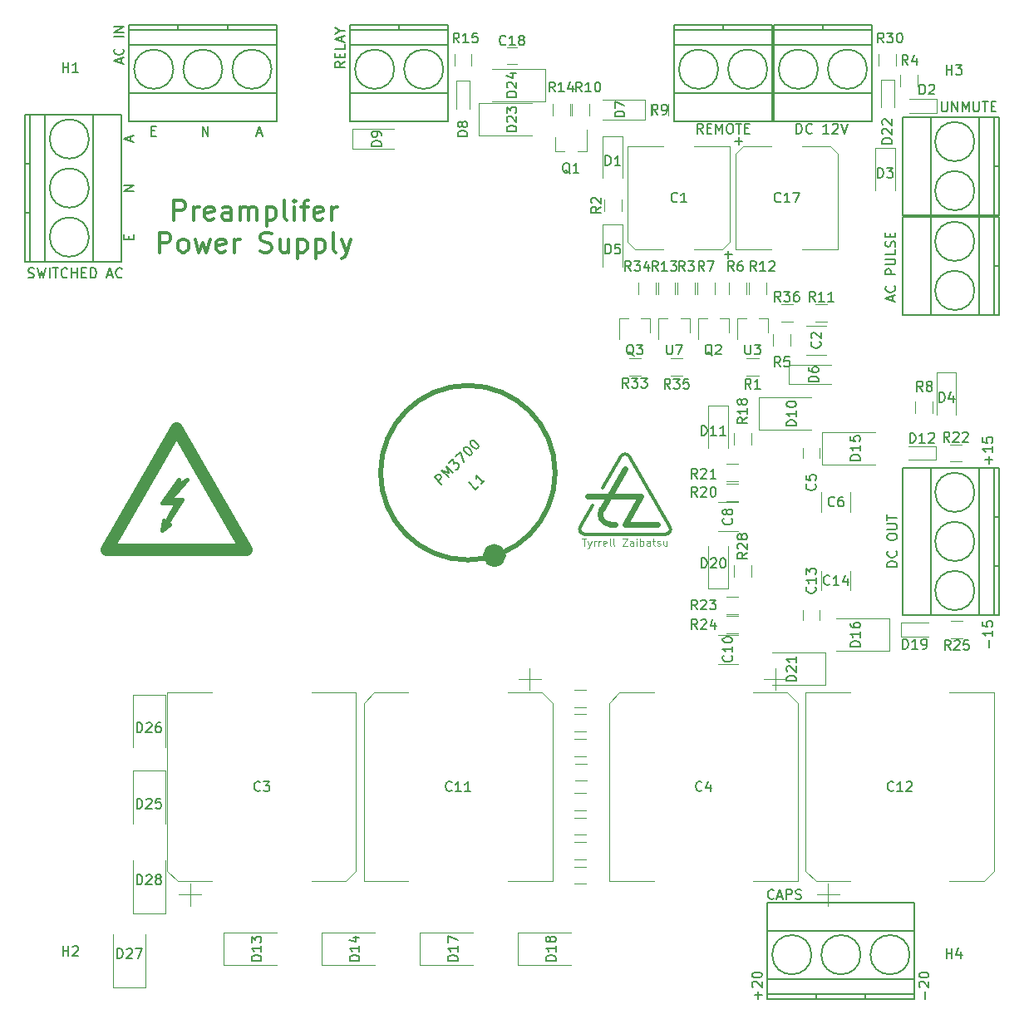
<source format=gto>
G04 #@! TF.GenerationSoftware,KiCad,Pcbnew,5.1.5+dfsg1-2build2*
G04 #@! TF.CreationDate,2021-10-27T23:18:45+10:30*
G04 #@! TF.ProjectId,xover-psu,786f7665-722d-4707-9375-2e6b69636164,rev?*
G04 #@! TF.SameCoordinates,Original*
G04 #@! TF.FileFunction,Legend,Top*
G04 #@! TF.FilePolarity,Positive*
%FSLAX46Y46*%
G04 Gerber Fmt 4.6, Leading zero omitted, Abs format (unit mm)*
G04 Created by KiCad (PCBNEW 5.1.5+dfsg1-2build2) date 2021-10-27 23:18:45*
%MOMM*%
%LPD*%
G04 APERTURE LIST*
%ADD10C,0.150000*%
%ADD11C,0.300000*%
%ADD12C,1.270000*%
%ADD13C,0.381000*%
%ADD14C,0.600000*%
%ADD15C,0.120000*%
%ADD16C,0.500000*%
%ADD17C,1.200000*%
%ADD18C,0.100000*%
G04 APERTURE END LIST*
D10*
X25738095Y-51104761D02*
X25880952Y-51152380D01*
X26119047Y-51152380D01*
X26214285Y-51104761D01*
X26261904Y-51057142D01*
X26309523Y-50961904D01*
X26309523Y-50866666D01*
X26261904Y-50771428D01*
X26214285Y-50723809D01*
X26119047Y-50676190D01*
X25928571Y-50628571D01*
X25833333Y-50580952D01*
X25785714Y-50533333D01*
X25738095Y-50438095D01*
X25738095Y-50342857D01*
X25785714Y-50247619D01*
X25833333Y-50200000D01*
X25928571Y-50152380D01*
X26166666Y-50152380D01*
X26309523Y-50200000D01*
X26642857Y-50152380D02*
X26880952Y-51152380D01*
X27071428Y-50438095D01*
X27261904Y-51152380D01*
X27500000Y-50152380D01*
X27880952Y-51152380D02*
X27880952Y-50152380D01*
X28214285Y-50152380D02*
X28785714Y-50152380D01*
X28500000Y-51152380D02*
X28500000Y-50152380D01*
X29690476Y-51057142D02*
X29642857Y-51104761D01*
X29500000Y-51152380D01*
X29404761Y-51152380D01*
X29261904Y-51104761D01*
X29166666Y-51009523D01*
X29119047Y-50914285D01*
X29071428Y-50723809D01*
X29071428Y-50580952D01*
X29119047Y-50390476D01*
X29166666Y-50295238D01*
X29261904Y-50200000D01*
X29404761Y-50152380D01*
X29500000Y-50152380D01*
X29642857Y-50200000D01*
X29690476Y-50247619D01*
X30119047Y-51152380D02*
X30119047Y-50152380D01*
X30119047Y-50628571D02*
X30690476Y-50628571D01*
X30690476Y-51152380D02*
X30690476Y-50152380D01*
X31166666Y-50628571D02*
X31500000Y-50628571D01*
X31642857Y-51152380D02*
X31166666Y-51152380D01*
X31166666Y-50152380D01*
X31642857Y-50152380D01*
X32071428Y-51152380D02*
X32071428Y-50152380D01*
X32309523Y-50152380D01*
X32452380Y-50200000D01*
X32547619Y-50295238D01*
X32595238Y-50390476D01*
X32642857Y-50580952D01*
X32642857Y-50723809D01*
X32595238Y-50914285D01*
X32547619Y-51009523D01*
X32452380Y-51104761D01*
X32309523Y-51152380D01*
X32071428Y-51152380D01*
X33785714Y-50866666D02*
X34261904Y-50866666D01*
X33690476Y-51152380D02*
X34023809Y-50152380D01*
X34357142Y-51152380D01*
X35261904Y-51057142D02*
X35214285Y-51104761D01*
X35071428Y-51152380D01*
X34976190Y-51152380D01*
X34833333Y-51104761D01*
X34738095Y-51009523D01*
X34690476Y-50914285D01*
X34642857Y-50723809D01*
X34642857Y-50580952D01*
X34690476Y-50390476D01*
X34738095Y-50295238D01*
X34833333Y-50200000D01*
X34976190Y-50152380D01*
X35071428Y-50152380D01*
X35214285Y-50200000D01*
X35261904Y-50247619D01*
X35166666Y-29280952D02*
X35166666Y-28804761D01*
X35452380Y-29376190D02*
X34452380Y-29042857D01*
X35452380Y-28709523D01*
X35357142Y-27804761D02*
X35404761Y-27852380D01*
X35452380Y-27995238D01*
X35452380Y-28090476D01*
X35404761Y-28233333D01*
X35309523Y-28328571D01*
X35214285Y-28376190D01*
X35023809Y-28423809D01*
X34880952Y-28423809D01*
X34690476Y-28376190D01*
X34595238Y-28328571D01*
X34500000Y-28233333D01*
X34452380Y-28090476D01*
X34452380Y-27995238D01*
X34500000Y-27852380D01*
X34547619Y-27804761D01*
X35452380Y-26614285D02*
X34452380Y-26614285D01*
X35452380Y-26138095D02*
X34452380Y-26138095D01*
X35452380Y-25566666D01*
X34452380Y-25566666D01*
X113766666Y-53476190D02*
X113766666Y-53000000D01*
X114052380Y-53571428D02*
X113052380Y-53238095D01*
X114052380Y-52904761D01*
X113957142Y-52000000D02*
X114004761Y-52047619D01*
X114052380Y-52190476D01*
X114052380Y-52285714D01*
X114004761Y-52428571D01*
X113909523Y-52523809D01*
X113814285Y-52571428D01*
X113623809Y-52619047D01*
X113480952Y-52619047D01*
X113290476Y-52571428D01*
X113195238Y-52523809D01*
X113100000Y-52428571D01*
X113052380Y-52285714D01*
X113052380Y-52190476D01*
X113100000Y-52047619D01*
X113147619Y-52000000D01*
X114052380Y-50809523D02*
X113052380Y-50809523D01*
X113052380Y-50428571D01*
X113100000Y-50333333D01*
X113147619Y-50285714D01*
X113242857Y-50238095D01*
X113385714Y-50238095D01*
X113480952Y-50285714D01*
X113528571Y-50333333D01*
X113576190Y-50428571D01*
X113576190Y-50809523D01*
X113052380Y-49809523D02*
X113861904Y-49809523D01*
X113957142Y-49761904D01*
X114004761Y-49714285D01*
X114052380Y-49619047D01*
X114052380Y-49428571D01*
X114004761Y-49333333D01*
X113957142Y-49285714D01*
X113861904Y-49238095D01*
X113052380Y-49238095D01*
X114052380Y-48285714D02*
X114052380Y-48761904D01*
X113052380Y-48761904D01*
X114004761Y-48000000D02*
X114052380Y-47857142D01*
X114052380Y-47619047D01*
X114004761Y-47523809D01*
X113957142Y-47476190D01*
X113861904Y-47428571D01*
X113766666Y-47428571D01*
X113671428Y-47476190D01*
X113623809Y-47523809D01*
X113576190Y-47619047D01*
X113528571Y-47809523D01*
X113480952Y-47904761D01*
X113433333Y-47952380D01*
X113338095Y-48000000D01*
X113242857Y-48000000D01*
X113147619Y-47952380D01*
X113100000Y-47904761D01*
X113052380Y-47809523D01*
X113052380Y-47571428D01*
X113100000Y-47428571D01*
X113528571Y-47000000D02*
X113528571Y-46666666D01*
X114052380Y-46523809D02*
X114052380Y-47000000D01*
X113052380Y-47000000D01*
X113052380Y-46523809D01*
D11*
X40559523Y-45254761D02*
X40559523Y-43254761D01*
X41321428Y-43254761D01*
X41511904Y-43350000D01*
X41607142Y-43445238D01*
X41702380Y-43635714D01*
X41702380Y-43921428D01*
X41607142Y-44111904D01*
X41511904Y-44207142D01*
X41321428Y-44302380D01*
X40559523Y-44302380D01*
X42559523Y-45254761D02*
X42559523Y-43921428D01*
X42559523Y-44302380D02*
X42654761Y-44111904D01*
X42750000Y-44016666D01*
X42940476Y-43921428D01*
X43130952Y-43921428D01*
X44559523Y-45159523D02*
X44369047Y-45254761D01*
X43988095Y-45254761D01*
X43797619Y-45159523D01*
X43702380Y-44969047D01*
X43702380Y-44207142D01*
X43797619Y-44016666D01*
X43988095Y-43921428D01*
X44369047Y-43921428D01*
X44559523Y-44016666D01*
X44654761Y-44207142D01*
X44654761Y-44397619D01*
X43702380Y-44588095D01*
X46369047Y-45254761D02*
X46369047Y-44207142D01*
X46273809Y-44016666D01*
X46083333Y-43921428D01*
X45702380Y-43921428D01*
X45511904Y-44016666D01*
X46369047Y-45159523D02*
X46178571Y-45254761D01*
X45702380Y-45254761D01*
X45511904Y-45159523D01*
X45416666Y-44969047D01*
X45416666Y-44778571D01*
X45511904Y-44588095D01*
X45702380Y-44492857D01*
X46178571Y-44492857D01*
X46369047Y-44397619D01*
X47321428Y-45254761D02*
X47321428Y-43921428D01*
X47321428Y-44111904D02*
X47416666Y-44016666D01*
X47607142Y-43921428D01*
X47892857Y-43921428D01*
X48083333Y-44016666D01*
X48178571Y-44207142D01*
X48178571Y-45254761D01*
X48178571Y-44207142D02*
X48273809Y-44016666D01*
X48464285Y-43921428D01*
X48750000Y-43921428D01*
X48940476Y-44016666D01*
X49035714Y-44207142D01*
X49035714Y-45254761D01*
X49988095Y-43921428D02*
X49988095Y-45921428D01*
X49988095Y-44016666D02*
X50178571Y-43921428D01*
X50559523Y-43921428D01*
X50750000Y-44016666D01*
X50845238Y-44111904D01*
X50940476Y-44302380D01*
X50940476Y-44873809D01*
X50845238Y-45064285D01*
X50750000Y-45159523D01*
X50559523Y-45254761D01*
X50178571Y-45254761D01*
X49988095Y-45159523D01*
X52083333Y-45254761D02*
X51892857Y-45159523D01*
X51797619Y-44969047D01*
X51797619Y-43254761D01*
X52845238Y-45254761D02*
X52845238Y-43921428D01*
X52845238Y-43254761D02*
X52750000Y-43350000D01*
X52845238Y-43445238D01*
X52940476Y-43350000D01*
X52845238Y-43254761D01*
X52845238Y-43445238D01*
X53511904Y-43921428D02*
X54273809Y-43921428D01*
X53797619Y-45254761D02*
X53797619Y-43540476D01*
X53892857Y-43350000D01*
X54083333Y-43254761D01*
X54273809Y-43254761D01*
X55702380Y-45159523D02*
X55511904Y-45254761D01*
X55130952Y-45254761D01*
X54940476Y-45159523D01*
X54845238Y-44969047D01*
X54845238Y-44207142D01*
X54940476Y-44016666D01*
X55130952Y-43921428D01*
X55511904Y-43921428D01*
X55702380Y-44016666D01*
X55797619Y-44207142D01*
X55797619Y-44397619D01*
X54845238Y-44588095D01*
X56654761Y-45254761D02*
X56654761Y-43921428D01*
X56654761Y-44302380D02*
X56750000Y-44111904D01*
X56845238Y-44016666D01*
X57035714Y-43921428D01*
X57226190Y-43921428D01*
X39083333Y-48554761D02*
X39083333Y-46554761D01*
X39845238Y-46554761D01*
X40035714Y-46650000D01*
X40130952Y-46745238D01*
X40226190Y-46935714D01*
X40226190Y-47221428D01*
X40130952Y-47411904D01*
X40035714Y-47507142D01*
X39845238Y-47602380D01*
X39083333Y-47602380D01*
X41369047Y-48554761D02*
X41178571Y-48459523D01*
X41083333Y-48364285D01*
X40988095Y-48173809D01*
X40988095Y-47602380D01*
X41083333Y-47411904D01*
X41178571Y-47316666D01*
X41369047Y-47221428D01*
X41654761Y-47221428D01*
X41845238Y-47316666D01*
X41940476Y-47411904D01*
X42035714Y-47602380D01*
X42035714Y-48173809D01*
X41940476Y-48364285D01*
X41845238Y-48459523D01*
X41654761Y-48554761D01*
X41369047Y-48554761D01*
X42702380Y-47221428D02*
X43083333Y-48554761D01*
X43464285Y-47602380D01*
X43845238Y-48554761D01*
X44226190Y-47221428D01*
X45750000Y-48459523D02*
X45559523Y-48554761D01*
X45178571Y-48554761D01*
X44988095Y-48459523D01*
X44892857Y-48269047D01*
X44892857Y-47507142D01*
X44988095Y-47316666D01*
X45178571Y-47221428D01*
X45559523Y-47221428D01*
X45750000Y-47316666D01*
X45845238Y-47507142D01*
X45845238Y-47697619D01*
X44892857Y-47888095D01*
X46702380Y-48554761D02*
X46702380Y-47221428D01*
X46702380Y-47602380D02*
X46797619Y-47411904D01*
X46892857Y-47316666D01*
X47083333Y-47221428D01*
X47273809Y-47221428D01*
X49369047Y-48459523D02*
X49654761Y-48554761D01*
X50130952Y-48554761D01*
X50321428Y-48459523D01*
X50416666Y-48364285D01*
X50511904Y-48173809D01*
X50511904Y-47983333D01*
X50416666Y-47792857D01*
X50321428Y-47697619D01*
X50130952Y-47602380D01*
X49750000Y-47507142D01*
X49559523Y-47411904D01*
X49464285Y-47316666D01*
X49369047Y-47126190D01*
X49369047Y-46935714D01*
X49464285Y-46745238D01*
X49559523Y-46650000D01*
X49750000Y-46554761D01*
X50226190Y-46554761D01*
X50511904Y-46650000D01*
X52226190Y-47221428D02*
X52226190Y-48554761D01*
X51369047Y-47221428D02*
X51369047Y-48269047D01*
X51464285Y-48459523D01*
X51654761Y-48554761D01*
X51940476Y-48554761D01*
X52130952Y-48459523D01*
X52226190Y-48364285D01*
X53178571Y-47221428D02*
X53178571Y-49221428D01*
X53178571Y-47316666D02*
X53369047Y-47221428D01*
X53750000Y-47221428D01*
X53940476Y-47316666D01*
X54035714Y-47411904D01*
X54130952Y-47602380D01*
X54130952Y-48173809D01*
X54035714Y-48364285D01*
X53940476Y-48459523D01*
X53750000Y-48554761D01*
X53369047Y-48554761D01*
X53178571Y-48459523D01*
X54988095Y-47221428D02*
X54988095Y-49221428D01*
X54988095Y-47316666D02*
X55178571Y-47221428D01*
X55559523Y-47221428D01*
X55750000Y-47316666D01*
X55845238Y-47411904D01*
X55940476Y-47602380D01*
X55940476Y-48173809D01*
X55845238Y-48364285D01*
X55750000Y-48459523D01*
X55559523Y-48554761D01*
X55178571Y-48554761D01*
X54988095Y-48459523D01*
X57083333Y-48554761D02*
X56892857Y-48459523D01*
X56797619Y-48269047D01*
X56797619Y-46554761D01*
X57654761Y-47221428D02*
X58130952Y-48554761D01*
X58607142Y-47221428D02*
X58130952Y-48554761D01*
X57940476Y-49030952D01*
X57845238Y-49126190D01*
X57654761Y-49221428D01*
D10*
X118761904Y-33202380D02*
X118761904Y-34011904D01*
X118809523Y-34107142D01*
X118857142Y-34154761D01*
X118952380Y-34202380D01*
X119142857Y-34202380D01*
X119238095Y-34154761D01*
X119285714Y-34107142D01*
X119333333Y-34011904D01*
X119333333Y-33202380D01*
X119809523Y-34202380D02*
X119809523Y-33202380D01*
X120380952Y-34202380D01*
X120380952Y-33202380D01*
X120857142Y-34202380D02*
X120857142Y-33202380D01*
X121190476Y-33916666D01*
X121523809Y-33202380D01*
X121523809Y-34202380D01*
X122000000Y-33202380D02*
X122000000Y-34011904D01*
X122047619Y-34107142D01*
X122095238Y-34154761D01*
X122190476Y-34202380D01*
X122380952Y-34202380D01*
X122476190Y-34154761D01*
X122523809Y-34107142D01*
X122571428Y-34011904D01*
X122571428Y-33202380D01*
X122904761Y-33202380D02*
X123476190Y-33202380D01*
X123190476Y-34202380D02*
X123190476Y-33202380D01*
X123809523Y-33678571D02*
X124142857Y-33678571D01*
X124285714Y-34202380D02*
X123809523Y-34202380D01*
X123809523Y-33202380D01*
X124285714Y-33202380D01*
X114202380Y-80571428D02*
X113202380Y-80571428D01*
X113202380Y-80333333D01*
X113250000Y-80190476D01*
X113345238Y-80095238D01*
X113440476Y-80047619D01*
X113630952Y-80000000D01*
X113773809Y-80000000D01*
X113964285Y-80047619D01*
X114059523Y-80095238D01*
X114154761Y-80190476D01*
X114202380Y-80333333D01*
X114202380Y-80571428D01*
X114107142Y-79000000D02*
X114154761Y-79047619D01*
X114202380Y-79190476D01*
X114202380Y-79285714D01*
X114154761Y-79428571D01*
X114059523Y-79523809D01*
X113964285Y-79571428D01*
X113773809Y-79619047D01*
X113630952Y-79619047D01*
X113440476Y-79571428D01*
X113345238Y-79523809D01*
X113250000Y-79428571D01*
X113202380Y-79285714D01*
X113202380Y-79190476D01*
X113250000Y-79047619D01*
X113297619Y-79000000D01*
X113202380Y-77619047D02*
X113202380Y-77428571D01*
X113250000Y-77333333D01*
X113345238Y-77238095D01*
X113535714Y-77190476D01*
X113869047Y-77190476D01*
X114059523Y-77238095D01*
X114154761Y-77333333D01*
X114202380Y-77428571D01*
X114202380Y-77619047D01*
X114154761Y-77714285D01*
X114059523Y-77809523D01*
X113869047Y-77857142D01*
X113535714Y-77857142D01*
X113345238Y-77809523D01*
X113250000Y-77714285D01*
X113202380Y-77619047D01*
X113202380Y-76761904D02*
X114011904Y-76761904D01*
X114107142Y-76714285D01*
X114154761Y-76666666D01*
X114202380Y-76571428D01*
X114202380Y-76380952D01*
X114154761Y-76285714D01*
X114107142Y-76238095D01*
X114011904Y-76190476D01*
X113202380Y-76190476D01*
X113202380Y-75857142D02*
X113202380Y-75285714D01*
X114202380Y-75571428D02*
X113202380Y-75571428D01*
X123571428Y-88833333D02*
X123571428Y-88071428D01*
X123952380Y-87071428D02*
X123952380Y-87642857D01*
X123952380Y-87357142D02*
X122952380Y-87357142D01*
X123095238Y-87452380D01*
X123190476Y-87547619D01*
X123238095Y-87642857D01*
X122952380Y-86166666D02*
X122952380Y-86642857D01*
X123428571Y-86690476D01*
X123380952Y-86642857D01*
X123333333Y-86547619D01*
X123333333Y-86309523D01*
X123380952Y-86214285D01*
X123428571Y-86166666D01*
X123523809Y-86119047D01*
X123761904Y-86119047D01*
X123857142Y-86166666D01*
X123904761Y-86214285D01*
X123952380Y-86309523D01*
X123952380Y-86547619D01*
X123904761Y-86642857D01*
X123857142Y-86690476D01*
X123571428Y-70083333D02*
X123571428Y-69321428D01*
X123952380Y-69702380D02*
X123190476Y-69702380D01*
X123952380Y-68321428D02*
X123952380Y-68892857D01*
X123952380Y-68607142D02*
X122952380Y-68607142D01*
X123095238Y-68702380D01*
X123190476Y-68797619D01*
X123238095Y-68892857D01*
X122952380Y-67416666D02*
X122952380Y-67892857D01*
X123428571Y-67940476D01*
X123380952Y-67892857D01*
X123333333Y-67797619D01*
X123333333Y-67559523D01*
X123380952Y-67464285D01*
X123428571Y-67416666D01*
X123523809Y-67369047D01*
X123761904Y-67369047D01*
X123857142Y-67416666D01*
X123904761Y-67464285D01*
X123952380Y-67559523D01*
X123952380Y-67797619D01*
X123904761Y-67892857D01*
X123857142Y-67940476D01*
X117071428Y-124583333D02*
X117071428Y-123821428D01*
X116547619Y-123392857D02*
X116500000Y-123345238D01*
X116452380Y-123250000D01*
X116452380Y-123011904D01*
X116500000Y-122916666D01*
X116547619Y-122869047D01*
X116642857Y-122821428D01*
X116738095Y-122821428D01*
X116880952Y-122869047D01*
X117452380Y-123440476D01*
X117452380Y-122821428D01*
X116452380Y-122202380D02*
X116452380Y-122107142D01*
X116500000Y-122011904D01*
X116547619Y-121964285D01*
X116642857Y-121916666D01*
X116833333Y-121869047D01*
X117071428Y-121869047D01*
X117261904Y-121916666D01*
X117357142Y-121964285D01*
X117404761Y-122011904D01*
X117452380Y-122107142D01*
X117452380Y-122202380D01*
X117404761Y-122297619D01*
X117357142Y-122345238D01*
X117261904Y-122392857D01*
X117071428Y-122440476D01*
X116833333Y-122440476D01*
X116642857Y-122392857D01*
X116547619Y-122345238D01*
X116500000Y-122297619D01*
X116452380Y-122202380D01*
X100071428Y-124583333D02*
X100071428Y-123821428D01*
X100452380Y-124202380D02*
X99690476Y-124202380D01*
X99547619Y-123392857D02*
X99500000Y-123345238D01*
X99452380Y-123250000D01*
X99452380Y-123011904D01*
X99500000Y-122916666D01*
X99547619Y-122869047D01*
X99642857Y-122821428D01*
X99738095Y-122821428D01*
X99880952Y-122869047D01*
X100452380Y-123440476D01*
X100452380Y-122821428D01*
X99452380Y-122202380D02*
X99452380Y-122107142D01*
X99500000Y-122011904D01*
X99547619Y-121964285D01*
X99642857Y-121916666D01*
X99833333Y-121869047D01*
X100071428Y-121869047D01*
X100261904Y-121916666D01*
X100357142Y-121964285D01*
X100404761Y-122011904D01*
X100452380Y-122107142D01*
X100452380Y-122202380D01*
X100404761Y-122297619D01*
X100357142Y-122345238D01*
X100261904Y-122392857D01*
X100071428Y-122440476D01*
X99833333Y-122440476D01*
X99642857Y-122392857D01*
X99547619Y-122345238D01*
X99500000Y-122297619D01*
X99452380Y-122202380D01*
X101654761Y-114357142D02*
X101607142Y-114404761D01*
X101464285Y-114452380D01*
X101369047Y-114452380D01*
X101226190Y-114404761D01*
X101130952Y-114309523D01*
X101083333Y-114214285D01*
X101035714Y-114023809D01*
X101035714Y-113880952D01*
X101083333Y-113690476D01*
X101130952Y-113595238D01*
X101226190Y-113500000D01*
X101369047Y-113452380D01*
X101464285Y-113452380D01*
X101607142Y-113500000D01*
X101654761Y-113547619D01*
X102035714Y-114166666D02*
X102511904Y-114166666D01*
X101940476Y-114452380D02*
X102273809Y-113452380D01*
X102607142Y-114452380D01*
X102940476Y-114452380D02*
X102940476Y-113452380D01*
X103321428Y-113452380D01*
X103416666Y-113500000D01*
X103464285Y-113547619D01*
X103511904Y-113642857D01*
X103511904Y-113785714D01*
X103464285Y-113880952D01*
X103416666Y-113928571D01*
X103321428Y-113976190D01*
X102940476Y-113976190D01*
X103892857Y-114404761D02*
X104035714Y-114452380D01*
X104273809Y-114452380D01*
X104369047Y-114404761D01*
X104416666Y-114357142D01*
X104464285Y-114261904D01*
X104464285Y-114166666D01*
X104416666Y-114071428D01*
X104369047Y-114023809D01*
X104273809Y-113976190D01*
X104083333Y-113928571D01*
X103988095Y-113880952D01*
X103940476Y-113833333D01*
X103892857Y-113738095D01*
X103892857Y-113642857D01*
X103940476Y-113547619D01*
X103988095Y-113500000D01*
X104083333Y-113452380D01*
X104321428Y-113452380D01*
X104464285Y-113500000D01*
X103976190Y-36452380D02*
X103976190Y-35452380D01*
X104214285Y-35452380D01*
X104357142Y-35500000D01*
X104452380Y-35595238D01*
X104500000Y-35690476D01*
X104547619Y-35880952D01*
X104547619Y-36023809D01*
X104500000Y-36214285D01*
X104452380Y-36309523D01*
X104357142Y-36404761D01*
X104214285Y-36452380D01*
X103976190Y-36452380D01*
X105547619Y-36357142D02*
X105500000Y-36404761D01*
X105357142Y-36452380D01*
X105261904Y-36452380D01*
X105119047Y-36404761D01*
X105023809Y-36309523D01*
X104976190Y-36214285D01*
X104928571Y-36023809D01*
X104928571Y-35880952D01*
X104976190Y-35690476D01*
X105023809Y-35595238D01*
X105119047Y-35500000D01*
X105261904Y-35452380D01*
X105357142Y-35452380D01*
X105500000Y-35500000D01*
X105547619Y-35547619D01*
X107261904Y-36452380D02*
X106690476Y-36452380D01*
X106976190Y-36452380D02*
X106976190Y-35452380D01*
X106880952Y-35595238D01*
X106785714Y-35690476D01*
X106690476Y-35738095D01*
X107642857Y-35547619D02*
X107690476Y-35500000D01*
X107785714Y-35452380D01*
X108023809Y-35452380D01*
X108119047Y-35500000D01*
X108166666Y-35547619D01*
X108214285Y-35642857D01*
X108214285Y-35738095D01*
X108166666Y-35880952D01*
X107595238Y-36452380D01*
X108214285Y-36452380D01*
X108500000Y-35452380D02*
X108833333Y-36452380D01*
X109166666Y-35452380D01*
X94428571Y-36452380D02*
X94095238Y-35976190D01*
X93857142Y-36452380D02*
X93857142Y-35452380D01*
X94238095Y-35452380D01*
X94333333Y-35500000D01*
X94380952Y-35547619D01*
X94428571Y-35642857D01*
X94428571Y-35785714D01*
X94380952Y-35880952D01*
X94333333Y-35928571D01*
X94238095Y-35976190D01*
X93857142Y-35976190D01*
X94857142Y-35928571D02*
X95190476Y-35928571D01*
X95333333Y-36452380D02*
X94857142Y-36452380D01*
X94857142Y-35452380D01*
X95333333Y-35452380D01*
X95761904Y-36452380D02*
X95761904Y-35452380D01*
X96095238Y-36166666D01*
X96428571Y-35452380D01*
X96428571Y-36452380D01*
X97095238Y-35452380D02*
X97285714Y-35452380D01*
X97380952Y-35500000D01*
X97476190Y-35595238D01*
X97523809Y-35785714D01*
X97523809Y-36119047D01*
X97476190Y-36309523D01*
X97380952Y-36404761D01*
X97285714Y-36452380D01*
X97095238Y-36452380D01*
X97000000Y-36404761D01*
X96904761Y-36309523D01*
X96857142Y-36119047D01*
X96857142Y-35785714D01*
X96904761Y-35595238D01*
X97000000Y-35500000D01*
X97095238Y-35452380D01*
X97809523Y-35452380D02*
X98380952Y-35452380D01*
X98095238Y-36452380D02*
X98095238Y-35452380D01*
X98714285Y-35928571D02*
X99047619Y-35928571D01*
X99190476Y-36452380D02*
X98714285Y-36452380D01*
X98714285Y-35452380D01*
X99190476Y-35452380D01*
X57952380Y-29154761D02*
X57476190Y-29488095D01*
X57952380Y-29726190D02*
X56952380Y-29726190D01*
X56952380Y-29345238D01*
X57000000Y-29250000D01*
X57047619Y-29202380D01*
X57142857Y-29154761D01*
X57285714Y-29154761D01*
X57380952Y-29202380D01*
X57428571Y-29250000D01*
X57476190Y-29345238D01*
X57476190Y-29726190D01*
X57428571Y-28726190D02*
X57428571Y-28392857D01*
X57952380Y-28250000D02*
X57952380Y-28726190D01*
X56952380Y-28726190D01*
X56952380Y-28250000D01*
X57952380Y-27345238D02*
X57952380Y-27821428D01*
X56952380Y-27821428D01*
X57666666Y-27059523D02*
X57666666Y-26583333D01*
X57952380Y-27154761D02*
X56952380Y-26821428D01*
X57952380Y-26488095D01*
X57476190Y-25964285D02*
X57952380Y-25964285D01*
X56952380Y-26297619D02*
X57476190Y-25964285D01*
X56952380Y-25630952D01*
X35928571Y-47214285D02*
X35928571Y-46880952D01*
X36452380Y-46738095D02*
X36452380Y-47214285D01*
X35452380Y-47214285D01*
X35452380Y-46738095D01*
X36452380Y-42285714D02*
X35452380Y-42285714D01*
X36452380Y-41714285D01*
X35452380Y-41714285D01*
X36166666Y-37238095D02*
X36166666Y-36761904D01*
X36452380Y-37333333D02*
X35452380Y-37000000D01*
X36452380Y-36666666D01*
X38285714Y-36178571D02*
X38619047Y-36178571D01*
X38761904Y-36702380D02*
X38285714Y-36702380D01*
X38285714Y-35702380D01*
X38761904Y-35702380D01*
X43464285Y-36702380D02*
X43464285Y-35702380D01*
X44035714Y-36702380D01*
X44035714Y-35702380D01*
X49011904Y-36416666D02*
X49488095Y-36416666D01*
X48916666Y-36702380D02*
X49250000Y-35702380D01*
X49583333Y-36702380D01*
D12*
X40750000Y-66491000D02*
X47862000Y-78810000D01*
X47862000Y-78810000D02*
X33638000Y-78810000D01*
X33638000Y-78810000D02*
X40750000Y-66491000D01*
D13*
X41131000Y-72079000D02*
X39734000Y-73984000D01*
X39734000Y-73984000D02*
X41004000Y-73984000D01*
X39480000Y-75889000D02*
X39353000Y-76905000D01*
X39353000Y-76905000D02*
X40115000Y-76270000D01*
X40115000Y-76270000D02*
X39607000Y-76524000D01*
X39607000Y-76524000D02*
X41385000Y-73730000D01*
X41385000Y-73730000D02*
X40115000Y-73730000D01*
X40115000Y-73730000D02*
X41893000Y-71698000D01*
X41893000Y-71698000D02*
X41131000Y-72206000D01*
X41131000Y-72206000D02*
X41004000Y-71698000D01*
X41004000Y-71698000D02*
X39353000Y-74111000D01*
X39353000Y-74111000D02*
X40750000Y-74111000D01*
X40750000Y-74111000D02*
X39607000Y-76397000D01*
X39607000Y-76397000D02*
X39480000Y-75889000D01*
D11*
X90650000Y-77250000D02*
X82382051Y-77250000D01*
X82382051Y-77250000D02*
G75*
G02X81949038Y-76500000I0J500000D01*
G01*
D14*
X88150000Y-73419873D02*
X86516026Y-76250000D01*
D11*
X86949038Y-69339746D02*
X91083013Y-76500000D01*
D14*
X84980127Y-76250000D02*
G75*
G02X84114102Y-74750000I0J1000000D01*
G01*
X89783975Y-76250000D02*
X86516026Y-76250000D01*
D11*
X84227350Y-72553848D02*
X86083013Y-69339746D01*
X86083014Y-69339747D02*
G75*
G02X86949038Y-69339746I433012J-249999D01*
G01*
X81949038Y-76500000D02*
X83227350Y-74285899D01*
D14*
X84114102Y-74750000D02*
X86516025Y-70589746D01*
D11*
X91083013Y-76500000D02*
G75*
G02X90650000Y-77250000I-433013J-250000D01*
G01*
D14*
X88150000Y-73419873D02*
X82727350Y-73419873D01*
X85516026Y-76250000D02*
X84980127Y-76250000D01*
D15*
X93080000Y-55240000D02*
X92150000Y-55240000D01*
X89920000Y-55240000D02*
X90850000Y-55240000D01*
X89920000Y-55240000D02*
X89920000Y-57400000D01*
X93080000Y-55240000D02*
X93080000Y-56700000D01*
X103600000Y-55630000D02*
X102400000Y-55630000D01*
X102400000Y-53870000D02*
X103600000Y-53870000D01*
X92350000Y-61130000D02*
X91150000Y-61130000D01*
X91150000Y-59370000D02*
X92350000Y-59370000D01*
X89630000Y-51600000D02*
X89630000Y-52800000D01*
X87870000Y-52800000D02*
X87870000Y-51600000D01*
X86900000Y-59370000D02*
X88100000Y-59370000D01*
X88100000Y-61130000D02*
X86900000Y-61130000D01*
X89080000Y-55240000D02*
X88150000Y-55240000D01*
X85920000Y-55240000D02*
X86850000Y-55240000D01*
X85920000Y-55240000D02*
X85920000Y-57400000D01*
X89080000Y-55240000D02*
X89080000Y-56700000D01*
D10*
X122096000Y-52432000D02*
G75*
G03X122096000Y-52432000I-2000000J0D01*
G01*
X122096000Y-47432000D02*
G75*
G03X122096000Y-47432000I-2000000J0D01*
G01*
X114796000Y-54932000D02*
X124596000Y-54932000D01*
X114796000Y-44932000D02*
X114796000Y-54932000D01*
X124596000Y-44932000D02*
X114796000Y-44932000D01*
X124596000Y-54932000D02*
X124596000Y-44932000D01*
X124096000Y-54932000D02*
X124096000Y-44932000D01*
X117696000Y-54932000D02*
X117696000Y-44932000D01*
X122596000Y-54932000D02*
X122596000Y-44932000D01*
X124096000Y-49932000D02*
X124596000Y-49932000D01*
D15*
X81350000Y-111120000D02*
X82550000Y-111120000D01*
X82550000Y-112880000D02*
X81350000Y-112880000D01*
X81350000Y-93120000D02*
X82550000Y-93120000D01*
X82550000Y-94880000D02*
X81350000Y-94880000D01*
X101080000Y-55240000D02*
X100150000Y-55240000D01*
X97920000Y-55240000D02*
X98850000Y-55240000D01*
X97920000Y-55240000D02*
X97920000Y-57400000D01*
X101080000Y-55240000D02*
X101080000Y-56700000D01*
X81350000Y-103620000D02*
X82550000Y-103620000D01*
X82550000Y-105380000D02*
X81350000Y-105380000D01*
X81350000Y-106120000D02*
X82550000Y-106120000D01*
X82550000Y-107880000D02*
X81350000Y-107880000D01*
X81350000Y-108620000D02*
X82550000Y-108620000D01*
X82550000Y-110380000D02*
X81350000Y-110380000D01*
X81400000Y-100620000D02*
X82600000Y-100620000D01*
X82600000Y-102380000D02*
X81400000Y-102380000D01*
X81350000Y-95620000D02*
X82550000Y-95620000D01*
X82550000Y-97380000D02*
X81350000Y-97380000D01*
X81350000Y-98120000D02*
X82550000Y-98120000D01*
X82550000Y-99880000D02*
X81350000Y-99880000D01*
X89870000Y-52800000D02*
X89870000Y-51600000D01*
X91630000Y-51600000D02*
X91630000Y-52800000D01*
X100880000Y-51600000D02*
X100880000Y-52800000D01*
X99120000Y-52800000D02*
X99120000Y-51600000D01*
X107100000Y-55630000D02*
X105900000Y-55630000D01*
X105900000Y-53870000D02*
X107100000Y-53870000D01*
X117828000Y-63770000D02*
X117828000Y-64970000D01*
X116068000Y-64970000D02*
X116068000Y-63770000D01*
X95630000Y-51600000D02*
X95630000Y-52800000D01*
X93870000Y-52800000D02*
X93870000Y-51600000D01*
X98880000Y-51600000D02*
X98880000Y-52800000D01*
X97120000Y-52800000D02*
X97120000Y-51600000D01*
X103380000Y-56900000D02*
X103380000Y-58100000D01*
X101620000Y-58100000D02*
X101620000Y-56900000D01*
X116304000Y-30496000D02*
X116304000Y-31696000D01*
X114544000Y-31696000D02*
X114544000Y-30496000D01*
X93630000Y-51600000D02*
X93630000Y-52800000D01*
X91870000Y-52800000D02*
X91870000Y-51600000D01*
X86130000Y-43150000D02*
X86130000Y-44350000D01*
X84370000Y-44350000D02*
X84370000Y-43150000D01*
X100100000Y-61130000D02*
X98900000Y-61130000D01*
X98900000Y-59370000D02*
X100100000Y-59370000D01*
X97080000Y-55240000D02*
X96150000Y-55240000D01*
X93920000Y-55240000D02*
X94850000Y-55240000D01*
X93920000Y-55240000D02*
X93920000Y-57400000D01*
X97080000Y-55240000D02*
X97080000Y-56700000D01*
D10*
X122096000Y-42272000D02*
G75*
G03X122096000Y-42272000I-2000000J0D01*
G01*
X122096000Y-37272000D02*
G75*
G03X122096000Y-37272000I-2000000J0D01*
G01*
X114796000Y-44772000D02*
X124596000Y-44772000D01*
X114796000Y-34772000D02*
X114796000Y-44772000D01*
X124596000Y-34772000D02*
X114796000Y-34772000D01*
X124596000Y-44772000D02*
X124596000Y-34772000D01*
X124096000Y-44772000D02*
X124096000Y-34772000D01*
X117696000Y-44772000D02*
X117696000Y-34772000D01*
X122596000Y-44772000D02*
X122596000Y-34772000D01*
X124096000Y-39772000D02*
X124596000Y-39772000D01*
D15*
X107500000Y-60000000D02*
X103200000Y-60000000D01*
X103200000Y-60000000D02*
X103200000Y-62000000D01*
X103200000Y-62000000D02*
X107500000Y-62000000D01*
X86250000Y-50000000D02*
X86250000Y-45700000D01*
X86250000Y-45700000D02*
X84250000Y-45700000D01*
X84250000Y-45700000D02*
X84250000Y-50000000D01*
X120234000Y-65104000D02*
X120234000Y-60804000D01*
X120234000Y-60804000D02*
X118234000Y-60804000D01*
X118234000Y-60804000D02*
X118234000Y-65104000D01*
X114000000Y-42250000D02*
X114000000Y-37950000D01*
X114000000Y-37950000D02*
X112000000Y-37950000D01*
X112000000Y-37950000D02*
X112000000Y-42250000D01*
X118240000Y-34336000D02*
X118240000Y-32936000D01*
X118240000Y-32936000D02*
X115440000Y-32936000D01*
X118240000Y-34336000D02*
X115440000Y-34336000D01*
X86250000Y-41000000D02*
X86250000Y-36700000D01*
X86250000Y-36700000D02*
X84250000Y-36700000D01*
X84250000Y-36700000D02*
X84250000Y-41000000D01*
X107000000Y-56020000D02*
X105000000Y-56020000D01*
X105000000Y-58980000D02*
X107000000Y-58980000D01*
X87550000Y-48210000D02*
X90440000Y-48210000D01*
X96450000Y-48210000D02*
X93560000Y-48210000D01*
X97210000Y-37790000D02*
X93560000Y-37790000D01*
X86790000Y-37790000D02*
X90440000Y-37790000D01*
X97210000Y-37790000D02*
X97210000Y-47450000D01*
X97210000Y-47450000D02*
X96450000Y-48210000D01*
X87550000Y-48210000D02*
X86790000Y-47450000D01*
X86790000Y-47450000D02*
X86790000Y-37790000D01*
X77935000Y-92025000D02*
X75685000Y-92025000D01*
X76810000Y-90900000D02*
X76810000Y-93150000D01*
X60954437Y-93390000D02*
X59890000Y-94454437D01*
X78045563Y-93390000D02*
X79110000Y-94454437D01*
X78045563Y-93390000D02*
X74560000Y-93390000D01*
X60954437Y-93390000D02*
X64440000Y-93390000D01*
X59890000Y-94454437D02*
X59890000Y-112610000D01*
X79110000Y-94454437D02*
X79110000Y-112610000D01*
X79110000Y-112610000D02*
X74560000Y-112610000D01*
X59890000Y-112610000D02*
X64440000Y-112610000D01*
X36350000Y-115900000D02*
X39650000Y-115900000D01*
X39650000Y-115900000D02*
X39650000Y-110500000D01*
X36350000Y-115900000D02*
X36350000Y-110500000D01*
X39650000Y-93600000D02*
X36350000Y-93600000D01*
X36350000Y-93600000D02*
X36350000Y-99000000D01*
X39650000Y-93600000D02*
X39650000Y-99000000D01*
X74500000Y-29350000D02*
X75500000Y-29350000D01*
X75500000Y-27650000D02*
X74500000Y-27650000D01*
D10*
X31900000Y-37000000D02*
G75*
G03X31900000Y-37000000I-2000000J0D01*
G01*
X31900000Y-42000000D02*
G75*
G03X31900000Y-42000000I-2000000J0D01*
G01*
X31900000Y-47000000D02*
G75*
G03X31900000Y-47000000I-2000000J0D01*
G01*
X35200000Y-34500000D02*
X25400000Y-34500000D01*
X35200000Y-49500000D02*
X35200000Y-34500000D01*
X25400000Y-49500000D02*
X35200000Y-49500000D01*
X25400000Y-34500000D02*
X25400000Y-49500000D01*
X25900000Y-34500000D02*
X25900000Y-49500000D01*
X32300000Y-34500000D02*
X32300000Y-49500000D01*
X27400000Y-34500000D02*
X27400000Y-49500000D01*
X25900000Y-39500000D02*
X25400000Y-39500000D01*
X25900000Y-44500000D02*
X25400000Y-44500000D01*
X50500000Y-29900000D02*
G75*
G03X50500000Y-29900000I-2000000J0D01*
G01*
X45500000Y-29900000D02*
G75*
G03X45500000Y-29900000I-2000000J0D01*
G01*
X40500000Y-29900000D02*
G75*
G03X40500000Y-29900000I-2000000J0D01*
G01*
X51000000Y-35200000D02*
X51000000Y-25400000D01*
X36000000Y-35200000D02*
X51000000Y-35200000D01*
X36000000Y-25400000D02*
X36000000Y-35200000D01*
X51000000Y-25400000D02*
X36000000Y-25400000D01*
X51000000Y-25900000D02*
X36000000Y-25900000D01*
X51000000Y-32300000D02*
X36000000Y-32300000D01*
X51000000Y-27400000D02*
X36000000Y-27400000D01*
X46000000Y-25900000D02*
X46000000Y-25400000D01*
X41000000Y-25900000D02*
X41000000Y-25400000D01*
D15*
X34350000Y-123400000D02*
X37650000Y-123400000D01*
X37650000Y-123400000D02*
X37650000Y-118000000D01*
X34350000Y-123400000D02*
X34350000Y-118000000D01*
X39650000Y-101350000D02*
X36350000Y-101350000D01*
X36350000Y-101350000D02*
X36350000Y-106750000D01*
X39650000Y-101350000D02*
X39650000Y-106750000D01*
X71600000Y-33350000D02*
X71600000Y-36650000D01*
X71600000Y-36650000D02*
X77000000Y-36650000D01*
X71600000Y-33350000D02*
X77000000Y-33350000D01*
X78400000Y-33150000D02*
X78400000Y-29850000D01*
X78400000Y-29850000D02*
X73000000Y-29850000D01*
X78400000Y-33150000D02*
X73000000Y-33150000D01*
X41065000Y-113975000D02*
X43315000Y-113975000D01*
X42190000Y-115100000D02*
X42190000Y-112850000D01*
X58045563Y-112610000D02*
X59110000Y-111545563D01*
X40954437Y-112610000D02*
X39890000Y-111545563D01*
X40954437Y-112610000D02*
X44440000Y-112610000D01*
X58045563Y-112610000D02*
X54560000Y-112610000D01*
X59110000Y-111545563D02*
X59110000Y-93390000D01*
X39890000Y-111545563D02*
X39890000Y-93390000D01*
X39890000Y-93390000D02*
X44440000Y-93390000D01*
X59110000Y-93390000D02*
X54560000Y-93390000D01*
X102935000Y-92025000D02*
X100685000Y-92025000D01*
X101810000Y-90900000D02*
X101810000Y-93150000D01*
X85954437Y-93390000D02*
X84890000Y-94454437D01*
X103045563Y-93390000D02*
X104110000Y-94454437D01*
X103045563Y-93390000D02*
X99560000Y-93390000D01*
X85954437Y-93390000D02*
X89440000Y-93390000D01*
X84890000Y-94454437D02*
X84890000Y-112610000D01*
X104110000Y-94454437D02*
X104110000Y-112610000D01*
X104110000Y-112610000D02*
X99560000Y-112610000D01*
X84890000Y-112610000D02*
X89440000Y-112610000D01*
X106065000Y-113975000D02*
X108315000Y-113975000D01*
X107190000Y-115100000D02*
X107190000Y-112850000D01*
X123045563Y-112610000D02*
X124110000Y-111545563D01*
X105954437Y-112610000D02*
X104890000Y-111545563D01*
X105954437Y-112610000D02*
X109440000Y-112610000D01*
X123045563Y-112610000D02*
X119560000Y-112610000D01*
X124110000Y-111545563D02*
X124110000Y-93390000D01*
X104890000Y-111545563D02*
X104890000Y-93390000D01*
X104890000Y-93390000D02*
X109440000Y-93390000D01*
X124110000Y-93390000D02*
X119560000Y-93390000D01*
D10*
X101000000Y-29900000D02*
G75*
G03X101000000Y-29900000I-2000000J0D01*
G01*
X96000000Y-29900000D02*
G75*
G03X96000000Y-29900000I-2000000J0D01*
G01*
X101500000Y-35200000D02*
X101500000Y-25400000D01*
X91500000Y-35200000D02*
X101500000Y-35200000D01*
X91500000Y-25400000D02*
X91500000Y-35200000D01*
X101500000Y-25400000D02*
X91500000Y-25400000D01*
X101500000Y-25900000D02*
X91500000Y-25900000D01*
X101500000Y-32300000D02*
X91500000Y-32300000D01*
X101500000Y-27400000D02*
X91500000Y-27400000D01*
X96500000Y-25900000D02*
X96500000Y-25400000D01*
D15*
X107450000Y-37790000D02*
X104560000Y-37790000D01*
X98550000Y-37790000D02*
X101440000Y-37790000D01*
X97790000Y-48210000D02*
X101440000Y-48210000D01*
X108210000Y-48210000D02*
X104560000Y-48210000D01*
X97790000Y-48210000D02*
X97790000Y-38550000D01*
X97790000Y-38550000D02*
X98550000Y-37790000D01*
X107450000Y-37790000D02*
X108210000Y-38550000D01*
X108210000Y-38550000D02*
X108210000Y-48210000D01*
X106350000Y-69500000D02*
X106350000Y-68500000D01*
X104650000Y-68500000D02*
X104650000Y-69500000D01*
X104650000Y-85000000D02*
X104650000Y-86000000D01*
X106350000Y-86000000D02*
X106350000Y-85000000D01*
X96000000Y-76980000D02*
X98000000Y-76980000D01*
X98000000Y-74020000D02*
X96000000Y-74020000D01*
X96000000Y-90480000D02*
X98000000Y-90480000D01*
X98000000Y-87520000D02*
X96000000Y-87520000D01*
X106520000Y-73000000D02*
X106520000Y-75000000D01*
X109480000Y-75000000D02*
X109480000Y-73000000D01*
X109480000Y-83000000D02*
X109480000Y-81000000D01*
X106520000Y-81000000D02*
X106520000Y-83000000D01*
X88550000Y-33000000D02*
X84250000Y-33000000D01*
X88550000Y-35000000D02*
X88550000Y-33000000D01*
X84250000Y-35000000D02*
X88550000Y-35000000D01*
X70700000Y-31100000D02*
X69300000Y-31100000D01*
X69300000Y-31100000D02*
X69300000Y-33900000D01*
X70700000Y-31100000D02*
X70700000Y-33900000D01*
X58700000Y-38000000D02*
X63000000Y-38000000D01*
X58700000Y-36000000D02*
X58700000Y-38000000D01*
X63000000Y-36000000D02*
X58700000Y-36000000D01*
X113950000Y-30950000D02*
X113950000Y-33750000D01*
X112550000Y-30950000D02*
X112550000Y-33750000D01*
X113950000Y-30950000D02*
X112550000Y-30950000D01*
X45600000Y-117850000D02*
X51000000Y-117850000D01*
X45600000Y-121150000D02*
X51000000Y-121150000D01*
X45600000Y-117850000D02*
X45600000Y-121150000D01*
X65600000Y-117850000D02*
X71000000Y-117850000D01*
X65600000Y-121150000D02*
X71000000Y-121150000D01*
X65600000Y-117850000D02*
X65600000Y-121150000D01*
X55600000Y-117850000D02*
X55600000Y-121150000D01*
X55600000Y-121150000D02*
X61000000Y-121150000D01*
X55600000Y-117850000D02*
X61000000Y-117850000D01*
X75600000Y-117850000D02*
X75600000Y-121150000D01*
X75600000Y-121150000D02*
X81000000Y-121150000D01*
X75600000Y-117850000D02*
X81000000Y-117850000D01*
X100100000Y-63350000D02*
X100100000Y-66650000D01*
X100100000Y-66650000D02*
X105500000Y-66650000D01*
X100100000Y-63350000D02*
X105500000Y-63350000D01*
X106900000Y-92650000D02*
X101500000Y-92650000D01*
X106900000Y-89350000D02*
X101500000Y-89350000D01*
X106900000Y-92650000D02*
X106900000Y-89350000D01*
X97000000Y-68500000D02*
X97000000Y-64200000D01*
X97000000Y-64200000D02*
X95000000Y-64200000D01*
X95000000Y-64200000D02*
X95000000Y-68500000D01*
X97000000Y-82800000D02*
X97000000Y-78500000D01*
X95000000Y-82800000D02*
X97000000Y-82800000D01*
X95000000Y-78500000D02*
X95000000Y-82800000D01*
X106600000Y-66850000D02*
X106600000Y-70150000D01*
X106600000Y-70150000D02*
X112000000Y-70150000D01*
X106600000Y-66850000D02*
X112000000Y-66850000D01*
X113400000Y-89150000D02*
X108000000Y-89150000D01*
X113400000Y-85850000D02*
X108000000Y-85850000D01*
X113400000Y-89150000D02*
X113400000Y-85850000D01*
X118200000Y-69700000D02*
X115400000Y-69700000D01*
X118200000Y-68300000D02*
X115400000Y-68300000D01*
X118200000Y-69700000D02*
X118200000Y-68300000D01*
X114600000Y-86300000D02*
X117400000Y-86300000D01*
X114600000Y-87700000D02*
X117400000Y-87700000D01*
X114600000Y-86300000D02*
X114600000Y-87700000D01*
D10*
X63500000Y-25900000D02*
X63500000Y-25400000D01*
X68500000Y-27400000D02*
X58500000Y-27400000D01*
X68500000Y-32300000D02*
X58500000Y-32300000D01*
X68500000Y-25900000D02*
X58500000Y-25900000D01*
X68500000Y-25400000D02*
X58500000Y-25400000D01*
X58500000Y-25400000D02*
X58500000Y-35200000D01*
X58500000Y-35200000D02*
X68500000Y-35200000D01*
X68500000Y-35200000D02*
X68500000Y-25400000D01*
X63000000Y-29900000D02*
G75*
G03X63000000Y-29900000I-2000000J0D01*
G01*
X68000000Y-29900000D02*
G75*
G03X68000000Y-29900000I-2000000J0D01*
G01*
X111000000Y-124100000D02*
X111000000Y-124600000D01*
X106000000Y-124100000D02*
X106000000Y-124600000D01*
X101000000Y-122600000D02*
X116000000Y-122600000D01*
X101000000Y-117700000D02*
X116000000Y-117700000D01*
X101000000Y-124100000D02*
X116000000Y-124100000D01*
X101000000Y-124600000D02*
X116000000Y-124600000D01*
X116000000Y-124600000D02*
X116000000Y-114800000D01*
X116000000Y-114800000D02*
X101000000Y-114800000D01*
X101000000Y-114800000D02*
X101000000Y-124600000D01*
X115500000Y-120100000D02*
G75*
G03X115500000Y-120100000I-2000000J0D01*
G01*
X110500000Y-120100000D02*
G75*
G03X110500000Y-120100000I-2000000J0D01*
G01*
X105500000Y-120100000D02*
G75*
G03X105500000Y-120100000I-2000000J0D01*
G01*
X106660000Y-25900000D02*
X106660000Y-25400000D01*
X111660000Y-27400000D02*
X101660000Y-27400000D01*
X111660000Y-32300000D02*
X101660000Y-32300000D01*
X111660000Y-25900000D02*
X101660000Y-25900000D01*
X111660000Y-25400000D02*
X101660000Y-25400000D01*
X101660000Y-25400000D02*
X101660000Y-35200000D01*
X101660000Y-35200000D02*
X111660000Y-35200000D01*
X111660000Y-35200000D02*
X111660000Y-25400000D01*
X106160000Y-29900000D02*
G75*
G03X106160000Y-29900000I-2000000J0D01*
G01*
X111160000Y-29900000D02*
G75*
G03X111160000Y-29900000I-2000000J0D01*
G01*
X122100000Y-83000000D02*
G75*
G03X122100000Y-83000000I-2000000J0D01*
G01*
X122100000Y-78000000D02*
G75*
G03X122100000Y-78000000I-2000000J0D01*
G01*
X122100000Y-73000000D02*
G75*
G03X122100000Y-73000000I-2000000J0D01*
G01*
X114800000Y-85500000D02*
X124600000Y-85500000D01*
X114800000Y-70500000D02*
X114800000Y-85500000D01*
X124600000Y-70500000D02*
X114800000Y-70500000D01*
X124600000Y-85500000D02*
X124600000Y-70500000D01*
X124100000Y-85500000D02*
X124100000Y-70500000D01*
X117700000Y-85500000D02*
X117700000Y-70500000D01*
X122600000Y-85500000D02*
X122600000Y-70500000D01*
X124100000Y-80500000D02*
X124600000Y-80500000D01*
X124100000Y-75500000D02*
X124600000Y-75500000D01*
D16*
X79390000Y-71000000D02*
G75*
G03X79390000Y-71000000I-8890000J0D01*
G01*
D17*
X73794077Y-79441441D02*
G75*
G03X73794077Y-79441441I-600000J0D01*
G01*
D15*
X79420000Y-38260000D02*
X79420000Y-36800000D01*
X82580000Y-38260000D02*
X82580000Y-36100000D01*
X82580000Y-38260000D02*
X81650000Y-38260000D01*
X79420000Y-38260000D02*
X80350000Y-38260000D01*
X89120000Y-34650000D02*
X89120000Y-33450000D01*
X90880000Y-33450000D02*
X90880000Y-34650000D01*
X69120000Y-29550000D02*
X69120000Y-28350000D01*
X70880000Y-28350000D02*
X70880000Y-29550000D01*
X82880000Y-33450000D02*
X82880000Y-34650000D01*
X81120000Y-34650000D02*
X81120000Y-33450000D01*
X80880000Y-33450000D02*
X80880000Y-34650000D01*
X79120000Y-34650000D02*
X79120000Y-33450000D01*
X114130000Y-28350000D02*
X114130000Y-29550000D01*
X112370000Y-29550000D02*
X112370000Y-28350000D01*
X98050000Y-73880000D02*
X96850000Y-73880000D01*
X96850000Y-72120000D02*
X98050000Y-72120000D01*
X96850000Y-83620000D02*
X98050000Y-83620000D01*
X98050000Y-85380000D02*
X96850000Y-85380000D01*
X98050000Y-71880000D02*
X96850000Y-71880000D01*
X96850000Y-70120000D02*
X98050000Y-70120000D01*
X98050000Y-87380000D02*
X96850000Y-87380000D01*
X96850000Y-85620000D02*
X98050000Y-85620000D01*
X99380000Y-66950000D02*
X99380000Y-68150000D01*
X97620000Y-68150000D02*
X97620000Y-66950000D01*
X97620000Y-81650000D02*
X97620000Y-80450000D01*
X99380000Y-80450000D02*
X99380000Y-81650000D01*
X119600000Y-68120000D02*
X120800000Y-68120000D01*
X120800000Y-69880000D02*
X119600000Y-69880000D01*
X120900000Y-87880000D02*
X119700000Y-87880000D01*
X119700000Y-86120000D02*
X120900000Y-86120000D01*
D18*
X82125000Y-77689285D02*
X82553571Y-77689285D01*
X82339285Y-78439285D02*
X82339285Y-77689285D01*
X82732142Y-77939285D02*
X82910714Y-78439285D01*
X83089285Y-77939285D02*
X82910714Y-78439285D01*
X82839285Y-78617857D01*
X82803571Y-78653571D01*
X82732142Y-78689285D01*
X83375000Y-78439285D02*
X83375000Y-77939285D01*
X83375000Y-78082142D02*
X83410714Y-78010714D01*
X83446428Y-77975000D01*
X83517857Y-77939285D01*
X83589285Y-77939285D01*
X83839285Y-78439285D02*
X83839285Y-77939285D01*
X83839285Y-78082142D02*
X83875000Y-78010714D01*
X83910714Y-77975000D01*
X83982142Y-77939285D01*
X84053571Y-77939285D01*
X84589285Y-78403571D02*
X84517857Y-78439285D01*
X84375000Y-78439285D01*
X84303571Y-78403571D01*
X84267857Y-78332142D01*
X84267857Y-78046428D01*
X84303571Y-77975000D01*
X84375000Y-77939285D01*
X84517857Y-77939285D01*
X84589285Y-77975000D01*
X84625000Y-78046428D01*
X84625000Y-78117857D01*
X84267857Y-78189285D01*
X85053571Y-78439285D02*
X84982142Y-78403571D01*
X84946428Y-78332142D01*
X84946428Y-77689285D01*
X85446428Y-78439285D02*
X85375000Y-78403571D01*
X85339285Y-78332142D01*
X85339285Y-77689285D01*
X86232142Y-77689285D02*
X86732142Y-77689285D01*
X86232142Y-78439285D01*
X86732142Y-78439285D01*
X87339285Y-78439285D02*
X87339285Y-78046428D01*
X87303571Y-77975000D01*
X87232142Y-77939285D01*
X87089285Y-77939285D01*
X87017857Y-77975000D01*
X87339285Y-78403571D02*
X87267857Y-78439285D01*
X87089285Y-78439285D01*
X87017857Y-78403571D01*
X86982142Y-78332142D01*
X86982142Y-78260714D01*
X87017857Y-78189285D01*
X87089285Y-78153571D01*
X87267857Y-78153571D01*
X87339285Y-78117857D01*
X87696428Y-78439285D02*
X87696428Y-77939285D01*
X87696428Y-77689285D02*
X87660714Y-77725000D01*
X87696428Y-77760714D01*
X87732142Y-77725000D01*
X87696428Y-77689285D01*
X87696428Y-77760714D01*
X88053571Y-78439285D02*
X88053571Y-77689285D01*
X88053571Y-77975000D02*
X88125000Y-77939285D01*
X88267857Y-77939285D01*
X88339285Y-77975000D01*
X88375000Y-78010714D01*
X88410714Y-78082142D01*
X88410714Y-78296428D01*
X88375000Y-78367857D01*
X88339285Y-78403571D01*
X88267857Y-78439285D01*
X88125000Y-78439285D01*
X88053571Y-78403571D01*
X89053571Y-78439285D02*
X89053571Y-78046428D01*
X89017857Y-77975000D01*
X88946428Y-77939285D01*
X88803571Y-77939285D01*
X88732142Y-77975000D01*
X89053571Y-78403571D02*
X88982142Y-78439285D01*
X88803571Y-78439285D01*
X88732142Y-78403571D01*
X88696428Y-78332142D01*
X88696428Y-78260714D01*
X88732142Y-78189285D01*
X88803571Y-78153571D01*
X88982142Y-78153571D01*
X89053571Y-78117857D01*
X89303571Y-77939285D02*
X89589285Y-77939285D01*
X89410714Y-77689285D02*
X89410714Y-78332142D01*
X89446428Y-78403571D01*
X89517857Y-78439285D01*
X89589285Y-78439285D01*
X89803571Y-78403571D02*
X89875000Y-78439285D01*
X90017857Y-78439285D01*
X90089285Y-78403571D01*
X90125000Y-78332142D01*
X90125000Y-78296428D01*
X90089285Y-78225000D01*
X90017857Y-78189285D01*
X89910714Y-78189285D01*
X89839285Y-78153571D01*
X89803571Y-78082142D01*
X89803571Y-78046428D01*
X89839285Y-77975000D01*
X89910714Y-77939285D01*
X90017857Y-77939285D01*
X90089285Y-77975000D01*
X90767857Y-77939285D02*
X90767857Y-78439285D01*
X90446428Y-77939285D02*
X90446428Y-78332142D01*
X90482142Y-78403571D01*
X90553571Y-78439285D01*
X90660714Y-78439285D01*
X90732142Y-78403571D01*
X90767857Y-78367857D01*
D10*
X90738095Y-57952380D02*
X90738095Y-58761904D01*
X90785714Y-58857142D01*
X90833333Y-58904761D01*
X90928571Y-58952380D01*
X91119047Y-58952380D01*
X91214285Y-58904761D01*
X91261904Y-58857142D01*
X91309523Y-58761904D01*
X91309523Y-57952380D01*
X91690476Y-57952380D02*
X92357142Y-57952380D01*
X91928571Y-58952380D01*
X102357142Y-53552380D02*
X102023809Y-53076190D01*
X101785714Y-53552380D02*
X101785714Y-52552380D01*
X102166666Y-52552380D01*
X102261904Y-52600000D01*
X102309523Y-52647619D01*
X102357142Y-52742857D01*
X102357142Y-52885714D01*
X102309523Y-52980952D01*
X102261904Y-53028571D01*
X102166666Y-53076190D01*
X101785714Y-53076190D01*
X102690476Y-52552380D02*
X103309523Y-52552380D01*
X102976190Y-52933333D01*
X103119047Y-52933333D01*
X103214285Y-52980952D01*
X103261904Y-53028571D01*
X103309523Y-53123809D01*
X103309523Y-53361904D01*
X103261904Y-53457142D01*
X103214285Y-53504761D01*
X103119047Y-53552380D01*
X102833333Y-53552380D01*
X102738095Y-53504761D01*
X102690476Y-53457142D01*
X104166666Y-52552380D02*
X103976190Y-52552380D01*
X103880952Y-52600000D01*
X103833333Y-52647619D01*
X103738095Y-52790476D01*
X103690476Y-52980952D01*
X103690476Y-53361904D01*
X103738095Y-53457142D01*
X103785714Y-53504761D01*
X103880952Y-53552380D01*
X104071428Y-53552380D01*
X104166666Y-53504761D01*
X104214285Y-53457142D01*
X104261904Y-53361904D01*
X104261904Y-53123809D01*
X104214285Y-53028571D01*
X104166666Y-52980952D01*
X104071428Y-52933333D01*
X103880952Y-52933333D01*
X103785714Y-52980952D01*
X103738095Y-53028571D01*
X103690476Y-53123809D01*
X91107142Y-62452380D02*
X90773809Y-61976190D01*
X90535714Y-62452380D02*
X90535714Y-61452380D01*
X90916666Y-61452380D01*
X91011904Y-61500000D01*
X91059523Y-61547619D01*
X91107142Y-61642857D01*
X91107142Y-61785714D01*
X91059523Y-61880952D01*
X91011904Y-61928571D01*
X90916666Y-61976190D01*
X90535714Y-61976190D01*
X91440476Y-61452380D02*
X92059523Y-61452380D01*
X91726190Y-61833333D01*
X91869047Y-61833333D01*
X91964285Y-61880952D01*
X92011904Y-61928571D01*
X92059523Y-62023809D01*
X92059523Y-62261904D01*
X92011904Y-62357142D01*
X91964285Y-62404761D01*
X91869047Y-62452380D01*
X91583333Y-62452380D01*
X91488095Y-62404761D01*
X91440476Y-62357142D01*
X92964285Y-61452380D02*
X92488095Y-61452380D01*
X92440476Y-61928571D01*
X92488095Y-61880952D01*
X92583333Y-61833333D01*
X92821428Y-61833333D01*
X92916666Y-61880952D01*
X92964285Y-61928571D01*
X93011904Y-62023809D01*
X93011904Y-62261904D01*
X92964285Y-62357142D01*
X92916666Y-62404761D01*
X92821428Y-62452380D01*
X92583333Y-62452380D01*
X92488095Y-62404761D01*
X92440476Y-62357142D01*
X87107142Y-50452380D02*
X86773809Y-49976190D01*
X86535714Y-50452380D02*
X86535714Y-49452380D01*
X86916666Y-49452380D01*
X87011904Y-49500000D01*
X87059523Y-49547619D01*
X87107142Y-49642857D01*
X87107142Y-49785714D01*
X87059523Y-49880952D01*
X87011904Y-49928571D01*
X86916666Y-49976190D01*
X86535714Y-49976190D01*
X87440476Y-49452380D02*
X88059523Y-49452380D01*
X87726190Y-49833333D01*
X87869047Y-49833333D01*
X87964285Y-49880952D01*
X88011904Y-49928571D01*
X88059523Y-50023809D01*
X88059523Y-50261904D01*
X88011904Y-50357142D01*
X87964285Y-50404761D01*
X87869047Y-50452380D01*
X87583333Y-50452380D01*
X87488095Y-50404761D01*
X87440476Y-50357142D01*
X88916666Y-49785714D02*
X88916666Y-50452380D01*
X88678571Y-49404761D02*
X88440476Y-50119047D01*
X89059523Y-50119047D01*
X86857142Y-62352380D02*
X86523809Y-61876190D01*
X86285714Y-62352380D02*
X86285714Y-61352380D01*
X86666666Y-61352380D01*
X86761904Y-61400000D01*
X86809523Y-61447619D01*
X86857142Y-61542857D01*
X86857142Y-61685714D01*
X86809523Y-61780952D01*
X86761904Y-61828571D01*
X86666666Y-61876190D01*
X86285714Y-61876190D01*
X87190476Y-61352380D02*
X87809523Y-61352380D01*
X87476190Y-61733333D01*
X87619047Y-61733333D01*
X87714285Y-61780952D01*
X87761904Y-61828571D01*
X87809523Y-61923809D01*
X87809523Y-62161904D01*
X87761904Y-62257142D01*
X87714285Y-62304761D01*
X87619047Y-62352380D01*
X87333333Y-62352380D01*
X87238095Y-62304761D01*
X87190476Y-62257142D01*
X88142857Y-61352380D02*
X88761904Y-61352380D01*
X88428571Y-61733333D01*
X88571428Y-61733333D01*
X88666666Y-61780952D01*
X88714285Y-61828571D01*
X88761904Y-61923809D01*
X88761904Y-62161904D01*
X88714285Y-62257142D01*
X88666666Y-62304761D01*
X88571428Y-62352380D01*
X88285714Y-62352380D01*
X88190476Y-62304761D01*
X88142857Y-62257142D01*
X87404761Y-59047619D02*
X87309523Y-59000000D01*
X87214285Y-58904761D01*
X87071428Y-58761904D01*
X86976190Y-58714285D01*
X86880952Y-58714285D01*
X86928571Y-58952380D02*
X86833333Y-58904761D01*
X86738095Y-58809523D01*
X86690476Y-58619047D01*
X86690476Y-58285714D01*
X86738095Y-58095238D01*
X86833333Y-58000000D01*
X86928571Y-57952380D01*
X87119047Y-57952380D01*
X87214285Y-58000000D01*
X87309523Y-58095238D01*
X87357142Y-58285714D01*
X87357142Y-58619047D01*
X87309523Y-58809523D01*
X87214285Y-58904761D01*
X87119047Y-58952380D01*
X86928571Y-58952380D01*
X87690476Y-57952380D02*
X88309523Y-57952380D01*
X87976190Y-58333333D01*
X88119047Y-58333333D01*
X88214285Y-58380952D01*
X88261904Y-58428571D01*
X88309523Y-58523809D01*
X88309523Y-58761904D01*
X88261904Y-58857142D01*
X88214285Y-58904761D01*
X88119047Y-58952380D01*
X87833333Y-58952380D01*
X87738095Y-58904761D01*
X87690476Y-58857142D01*
X98738095Y-57952380D02*
X98738095Y-58761904D01*
X98785714Y-58857142D01*
X98833333Y-58904761D01*
X98928571Y-58952380D01*
X99119047Y-58952380D01*
X99214285Y-58904761D01*
X99261904Y-58857142D01*
X99309523Y-58761904D01*
X99309523Y-57952380D01*
X99690476Y-57952380D02*
X100309523Y-57952380D01*
X99976190Y-58333333D01*
X100119047Y-58333333D01*
X100214285Y-58380952D01*
X100261904Y-58428571D01*
X100309523Y-58523809D01*
X100309523Y-58761904D01*
X100261904Y-58857142D01*
X100214285Y-58904761D01*
X100119047Y-58952380D01*
X99833333Y-58952380D01*
X99738095Y-58904761D01*
X99690476Y-58857142D01*
X89857142Y-50452380D02*
X89523809Y-49976190D01*
X89285714Y-50452380D02*
X89285714Y-49452380D01*
X89666666Y-49452380D01*
X89761904Y-49500000D01*
X89809523Y-49547619D01*
X89857142Y-49642857D01*
X89857142Y-49785714D01*
X89809523Y-49880952D01*
X89761904Y-49928571D01*
X89666666Y-49976190D01*
X89285714Y-49976190D01*
X90809523Y-50452380D02*
X90238095Y-50452380D01*
X90523809Y-50452380D02*
X90523809Y-49452380D01*
X90428571Y-49595238D01*
X90333333Y-49690476D01*
X90238095Y-49738095D01*
X91142857Y-49452380D02*
X91761904Y-49452380D01*
X91428571Y-49833333D01*
X91571428Y-49833333D01*
X91666666Y-49880952D01*
X91714285Y-49928571D01*
X91761904Y-50023809D01*
X91761904Y-50261904D01*
X91714285Y-50357142D01*
X91666666Y-50404761D01*
X91571428Y-50452380D01*
X91285714Y-50452380D01*
X91190476Y-50404761D01*
X91142857Y-50357142D01*
X99857142Y-50452380D02*
X99523809Y-49976190D01*
X99285714Y-50452380D02*
X99285714Y-49452380D01*
X99666666Y-49452380D01*
X99761904Y-49500000D01*
X99809523Y-49547619D01*
X99857142Y-49642857D01*
X99857142Y-49785714D01*
X99809523Y-49880952D01*
X99761904Y-49928571D01*
X99666666Y-49976190D01*
X99285714Y-49976190D01*
X100809523Y-50452380D02*
X100238095Y-50452380D01*
X100523809Y-50452380D02*
X100523809Y-49452380D01*
X100428571Y-49595238D01*
X100333333Y-49690476D01*
X100238095Y-49738095D01*
X101190476Y-49547619D02*
X101238095Y-49500000D01*
X101333333Y-49452380D01*
X101571428Y-49452380D01*
X101666666Y-49500000D01*
X101714285Y-49547619D01*
X101761904Y-49642857D01*
X101761904Y-49738095D01*
X101714285Y-49880952D01*
X101142857Y-50452380D01*
X101761904Y-50452380D01*
X105857142Y-53552380D02*
X105523809Y-53076190D01*
X105285714Y-53552380D02*
X105285714Y-52552380D01*
X105666666Y-52552380D01*
X105761904Y-52600000D01*
X105809523Y-52647619D01*
X105857142Y-52742857D01*
X105857142Y-52885714D01*
X105809523Y-52980952D01*
X105761904Y-53028571D01*
X105666666Y-53076190D01*
X105285714Y-53076190D01*
X106809523Y-53552380D02*
X106238095Y-53552380D01*
X106523809Y-53552380D02*
X106523809Y-52552380D01*
X106428571Y-52695238D01*
X106333333Y-52790476D01*
X106238095Y-52838095D01*
X107761904Y-53552380D02*
X107190476Y-53552380D01*
X107476190Y-53552380D02*
X107476190Y-52552380D01*
X107380952Y-52695238D01*
X107285714Y-52790476D01*
X107190476Y-52838095D01*
X116833333Y-62702380D02*
X116500000Y-62226190D01*
X116261904Y-62702380D02*
X116261904Y-61702380D01*
X116642857Y-61702380D01*
X116738095Y-61750000D01*
X116785714Y-61797619D01*
X116833333Y-61892857D01*
X116833333Y-62035714D01*
X116785714Y-62130952D01*
X116738095Y-62178571D01*
X116642857Y-62226190D01*
X116261904Y-62226190D01*
X117404761Y-62130952D02*
X117309523Y-62083333D01*
X117261904Y-62035714D01*
X117214285Y-61940476D01*
X117214285Y-61892857D01*
X117261904Y-61797619D01*
X117309523Y-61750000D01*
X117404761Y-61702380D01*
X117595238Y-61702380D01*
X117690476Y-61750000D01*
X117738095Y-61797619D01*
X117785714Y-61892857D01*
X117785714Y-61940476D01*
X117738095Y-62035714D01*
X117690476Y-62083333D01*
X117595238Y-62130952D01*
X117404761Y-62130952D01*
X117309523Y-62178571D01*
X117261904Y-62226190D01*
X117214285Y-62321428D01*
X117214285Y-62511904D01*
X117261904Y-62607142D01*
X117309523Y-62654761D01*
X117404761Y-62702380D01*
X117595238Y-62702380D01*
X117690476Y-62654761D01*
X117738095Y-62607142D01*
X117785714Y-62511904D01*
X117785714Y-62321428D01*
X117738095Y-62226190D01*
X117690476Y-62178571D01*
X117595238Y-62130952D01*
X94583333Y-50452380D02*
X94250000Y-49976190D01*
X94011904Y-50452380D02*
X94011904Y-49452380D01*
X94392857Y-49452380D01*
X94488095Y-49500000D01*
X94535714Y-49547619D01*
X94583333Y-49642857D01*
X94583333Y-49785714D01*
X94535714Y-49880952D01*
X94488095Y-49928571D01*
X94392857Y-49976190D01*
X94011904Y-49976190D01*
X94916666Y-49452380D02*
X95583333Y-49452380D01*
X95154761Y-50452380D01*
X97583333Y-50452380D02*
X97250000Y-49976190D01*
X97011904Y-50452380D02*
X97011904Y-49452380D01*
X97392857Y-49452380D01*
X97488095Y-49500000D01*
X97535714Y-49547619D01*
X97583333Y-49642857D01*
X97583333Y-49785714D01*
X97535714Y-49880952D01*
X97488095Y-49928571D01*
X97392857Y-49976190D01*
X97011904Y-49976190D01*
X98440476Y-49452380D02*
X98250000Y-49452380D01*
X98154761Y-49500000D01*
X98107142Y-49547619D01*
X98011904Y-49690476D01*
X97964285Y-49880952D01*
X97964285Y-50261904D01*
X98011904Y-50357142D01*
X98059523Y-50404761D01*
X98154761Y-50452380D01*
X98345238Y-50452380D01*
X98440476Y-50404761D01*
X98488095Y-50357142D01*
X98535714Y-50261904D01*
X98535714Y-50023809D01*
X98488095Y-49928571D01*
X98440476Y-49880952D01*
X98345238Y-49833333D01*
X98154761Y-49833333D01*
X98059523Y-49880952D01*
X98011904Y-49928571D01*
X97964285Y-50023809D01*
X102333333Y-60202380D02*
X102000000Y-59726190D01*
X101761904Y-60202380D02*
X101761904Y-59202380D01*
X102142857Y-59202380D01*
X102238095Y-59250000D01*
X102285714Y-59297619D01*
X102333333Y-59392857D01*
X102333333Y-59535714D01*
X102285714Y-59630952D01*
X102238095Y-59678571D01*
X102142857Y-59726190D01*
X101761904Y-59726190D01*
X103238095Y-59202380D02*
X102761904Y-59202380D01*
X102714285Y-59678571D01*
X102761904Y-59630952D01*
X102857142Y-59583333D01*
X103095238Y-59583333D01*
X103190476Y-59630952D01*
X103238095Y-59678571D01*
X103285714Y-59773809D01*
X103285714Y-60011904D01*
X103238095Y-60107142D01*
X103190476Y-60154761D01*
X103095238Y-60202380D01*
X102857142Y-60202380D01*
X102761904Y-60154761D01*
X102714285Y-60107142D01*
X115333333Y-29452380D02*
X115000000Y-28976190D01*
X114761904Y-29452380D02*
X114761904Y-28452380D01*
X115142857Y-28452380D01*
X115238095Y-28500000D01*
X115285714Y-28547619D01*
X115333333Y-28642857D01*
X115333333Y-28785714D01*
X115285714Y-28880952D01*
X115238095Y-28928571D01*
X115142857Y-28976190D01*
X114761904Y-28976190D01*
X116190476Y-28785714D02*
X116190476Y-29452380D01*
X115952380Y-28404761D02*
X115714285Y-29119047D01*
X116333333Y-29119047D01*
X92583333Y-50452380D02*
X92250000Y-49976190D01*
X92011904Y-50452380D02*
X92011904Y-49452380D01*
X92392857Y-49452380D01*
X92488095Y-49500000D01*
X92535714Y-49547619D01*
X92583333Y-49642857D01*
X92583333Y-49785714D01*
X92535714Y-49880952D01*
X92488095Y-49928571D01*
X92392857Y-49976190D01*
X92011904Y-49976190D01*
X92916666Y-49452380D02*
X93535714Y-49452380D01*
X93202380Y-49833333D01*
X93345238Y-49833333D01*
X93440476Y-49880952D01*
X93488095Y-49928571D01*
X93535714Y-50023809D01*
X93535714Y-50261904D01*
X93488095Y-50357142D01*
X93440476Y-50404761D01*
X93345238Y-50452380D01*
X93059523Y-50452380D01*
X92964285Y-50404761D01*
X92916666Y-50357142D01*
X84052380Y-43916666D02*
X83576190Y-44250000D01*
X84052380Y-44488095D02*
X83052380Y-44488095D01*
X83052380Y-44107142D01*
X83100000Y-44011904D01*
X83147619Y-43964285D01*
X83242857Y-43916666D01*
X83385714Y-43916666D01*
X83480952Y-43964285D01*
X83528571Y-44011904D01*
X83576190Y-44107142D01*
X83576190Y-44488095D01*
X83147619Y-43535714D02*
X83100000Y-43488095D01*
X83052380Y-43392857D01*
X83052380Y-43154761D01*
X83100000Y-43059523D01*
X83147619Y-43011904D01*
X83242857Y-42964285D01*
X83338095Y-42964285D01*
X83480952Y-43011904D01*
X84052380Y-43583333D01*
X84052380Y-42964285D01*
X99333333Y-62452380D02*
X99000000Y-61976190D01*
X98761904Y-62452380D02*
X98761904Y-61452380D01*
X99142857Y-61452380D01*
X99238095Y-61500000D01*
X99285714Y-61547619D01*
X99333333Y-61642857D01*
X99333333Y-61785714D01*
X99285714Y-61880952D01*
X99238095Y-61928571D01*
X99142857Y-61976190D01*
X98761904Y-61976190D01*
X100285714Y-62452380D02*
X99714285Y-62452380D01*
X100000000Y-62452380D02*
X100000000Y-61452380D01*
X99904761Y-61595238D01*
X99809523Y-61690476D01*
X99714285Y-61738095D01*
X95404761Y-59047619D02*
X95309523Y-59000000D01*
X95214285Y-58904761D01*
X95071428Y-58761904D01*
X94976190Y-58714285D01*
X94880952Y-58714285D01*
X94928571Y-58952380D02*
X94833333Y-58904761D01*
X94738095Y-58809523D01*
X94690476Y-58619047D01*
X94690476Y-58285714D01*
X94738095Y-58095238D01*
X94833333Y-58000000D01*
X94928571Y-57952380D01*
X95119047Y-57952380D01*
X95214285Y-58000000D01*
X95309523Y-58095238D01*
X95357142Y-58285714D01*
X95357142Y-58619047D01*
X95309523Y-58809523D01*
X95214285Y-58904761D01*
X95119047Y-58952380D01*
X94928571Y-58952380D01*
X95738095Y-58047619D02*
X95785714Y-58000000D01*
X95880952Y-57952380D01*
X96119047Y-57952380D01*
X96214285Y-58000000D01*
X96261904Y-58047619D01*
X96309523Y-58142857D01*
X96309523Y-58238095D01*
X96261904Y-58380952D01*
X95690476Y-58952380D01*
X96309523Y-58952380D01*
X106202380Y-61738095D02*
X105202380Y-61738095D01*
X105202380Y-61500000D01*
X105250000Y-61357142D01*
X105345238Y-61261904D01*
X105440476Y-61214285D01*
X105630952Y-61166666D01*
X105773809Y-61166666D01*
X105964285Y-61214285D01*
X106059523Y-61261904D01*
X106154761Y-61357142D01*
X106202380Y-61500000D01*
X106202380Y-61738095D01*
X105202380Y-60309523D02*
X105202380Y-60500000D01*
X105250000Y-60595238D01*
X105297619Y-60642857D01*
X105440476Y-60738095D01*
X105630952Y-60785714D01*
X106011904Y-60785714D01*
X106107142Y-60738095D01*
X106154761Y-60690476D01*
X106202380Y-60595238D01*
X106202380Y-60404761D01*
X106154761Y-60309523D01*
X106107142Y-60261904D01*
X106011904Y-60214285D01*
X105773809Y-60214285D01*
X105678571Y-60261904D01*
X105630952Y-60309523D01*
X105583333Y-60404761D01*
X105583333Y-60595238D01*
X105630952Y-60690476D01*
X105678571Y-60738095D01*
X105773809Y-60785714D01*
X84511904Y-48702380D02*
X84511904Y-47702380D01*
X84750000Y-47702380D01*
X84892857Y-47750000D01*
X84988095Y-47845238D01*
X85035714Y-47940476D01*
X85083333Y-48130952D01*
X85083333Y-48273809D01*
X85035714Y-48464285D01*
X84988095Y-48559523D01*
X84892857Y-48654761D01*
X84750000Y-48702380D01*
X84511904Y-48702380D01*
X85988095Y-47702380D02*
X85511904Y-47702380D01*
X85464285Y-48178571D01*
X85511904Y-48130952D01*
X85607142Y-48083333D01*
X85845238Y-48083333D01*
X85940476Y-48130952D01*
X85988095Y-48178571D01*
X86035714Y-48273809D01*
X86035714Y-48511904D01*
X85988095Y-48607142D01*
X85940476Y-48654761D01*
X85845238Y-48702380D01*
X85607142Y-48702380D01*
X85511904Y-48654761D01*
X85464285Y-48607142D01*
X118511904Y-63806380D02*
X118511904Y-62806380D01*
X118750000Y-62806380D01*
X118892857Y-62854000D01*
X118988095Y-62949238D01*
X119035714Y-63044476D01*
X119083333Y-63234952D01*
X119083333Y-63377809D01*
X119035714Y-63568285D01*
X118988095Y-63663523D01*
X118892857Y-63758761D01*
X118750000Y-63806380D01*
X118511904Y-63806380D01*
X119940476Y-63139714D02*
X119940476Y-63806380D01*
X119702380Y-62758761D02*
X119464285Y-63473047D01*
X120083333Y-63473047D01*
X112261904Y-40952380D02*
X112261904Y-39952380D01*
X112500000Y-39952380D01*
X112642857Y-40000000D01*
X112738095Y-40095238D01*
X112785714Y-40190476D01*
X112833333Y-40380952D01*
X112833333Y-40523809D01*
X112785714Y-40714285D01*
X112738095Y-40809523D01*
X112642857Y-40904761D01*
X112500000Y-40952380D01*
X112261904Y-40952380D01*
X113166666Y-39952380D02*
X113785714Y-39952380D01*
X113452380Y-40333333D01*
X113595238Y-40333333D01*
X113690476Y-40380952D01*
X113738095Y-40428571D01*
X113785714Y-40523809D01*
X113785714Y-40761904D01*
X113738095Y-40857142D01*
X113690476Y-40904761D01*
X113595238Y-40952380D01*
X113309523Y-40952380D01*
X113214285Y-40904761D01*
X113166666Y-40857142D01*
X116511904Y-32452380D02*
X116511904Y-31452380D01*
X116750000Y-31452380D01*
X116892857Y-31500000D01*
X116988095Y-31595238D01*
X117035714Y-31690476D01*
X117083333Y-31880952D01*
X117083333Y-32023809D01*
X117035714Y-32214285D01*
X116988095Y-32309523D01*
X116892857Y-32404761D01*
X116750000Y-32452380D01*
X116511904Y-32452380D01*
X117464285Y-31547619D02*
X117511904Y-31500000D01*
X117607142Y-31452380D01*
X117845238Y-31452380D01*
X117940476Y-31500000D01*
X117988095Y-31547619D01*
X118035714Y-31642857D01*
X118035714Y-31738095D01*
X117988095Y-31880952D01*
X117416666Y-32452380D01*
X118035714Y-32452380D01*
X84511904Y-39702380D02*
X84511904Y-38702380D01*
X84750000Y-38702380D01*
X84892857Y-38750000D01*
X84988095Y-38845238D01*
X85035714Y-38940476D01*
X85083333Y-39130952D01*
X85083333Y-39273809D01*
X85035714Y-39464285D01*
X84988095Y-39559523D01*
X84892857Y-39654761D01*
X84750000Y-39702380D01*
X84511904Y-39702380D01*
X86035714Y-39702380D02*
X85464285Y-39702380D01*
X85750000Y-39702380D02*
X85750000Y-38702380D01*
X85654761Y-38845238D01*
X85559523Y-38940476D01*
X85464285Y-38988095D01*
X106357142Y-57666666D02*
X106404761Y-57714285D01*
X106452380Y-57857142D01*
X106452380Y-57952380D01*
X106404761Y-58095238D01*
X106309523Y-58190476D01*
X106214285Y-58238095D01*
X106023809Y-58285714D01*
X105880952Y-58285714D01*
X105690476Y-58238095D01*
X105595238Y-58190476D01*
X105500000Y-58095238D01*
X105452380Y-57952380D01*
X105452380Y-57857142D01*
X105500000Y-57714285D01*
X105547619Y-57666666D01*
X105547619Y-57285714D02*
X105500000Y-57238095D01*
X105452380Y-57142857D01*
X105452380Y-56904761D01*
X105500000Y-56809523D01*
X105547619Y-56761904D01*
X105642857Y-56714285D01*
X105738095Y-56714285D01*
X105880952Y-56761904D01*
X106452380Y-57333333D01*
X106452380Y-56714285D01*
X91833333Y-43357142D02*
X91785714Y-43404761D01*
X91642857Y-43452380D01*
X91547619Y-43452380D01*
X91404761Y-43404761D01*
X91309523Y-43309523D01*
X91261904Y-43214285D01*
X91214285Y-43023809D01*
X91214285Y-42880952D01*
X91261904Y-42690476D01*
X91309523Y-42595238D01*
X91404761Y-42500000D01*
X91547619Y-42452380D01*
X91642857Y-42452380D01*
X91785714Y-42500000D01*
X91833333Y-42547619D01*
X92785714Y-43452380D02*
X92214285Y-43452380D01*
X92500000Y-43452380D02*
X92500000Y-42452380D01*
X92404761Y-42595238D01*
X92309523Y-42690476D01*
X92214285Y-42738095D01*
X97041428Y-49160952D02*
X97041428Y-48399047D01*
X97422380Y-48780000D02*
X96660476Y-48780000D01*
X68857142Y-103357142D02*
X68809523Y-103404761D01*
X68666666Y-103452380D01*
X68571428Y-103452380D01*
X68428571Y-103404761D01*
X68333333Y-103309523D01*
X68285714Y-103214285D01*
X68238095Y-103023809D01*
X68238095Y-102880952D01*
X68285714Y-102690476D01*
X68333333Y-102595238D01*
X68428571Y-102500000D01*
X68571428Y-102452380D01*
X68666666Y-102452380D01*
X68809523Y-102500000D01*
X68857142Y-102547619D01*
X69809523Y-103452380D02*
X69238095Y-103452380D01*
X69523809Y-103452380D02*
X69523809Y-102452380D01*
X69428571Y-102595238D01*
X69333333Y-102690476D01*
X69238095Y-102738095D01*
X70761904Y-103452380D02*
X70190476Y-103452380D01*
X70476190Y-103452380D02*
X70476190Y-102452380D01*
X70380952Y-102595238D01*
X70285714Y-102690476D01*
X70190476Y-102738095D01*
X36785714Y-112952380D02*
X36785714Y-111952380D01*
X37023809Y-111952380D01*
X37166666Y-112000000D01*
X37261904Y-112095238D01*
X37309523Y-112190476D01*
X37357142Y-112380952D01*
X37357142Y-112523809D01*
X37309523Y-112714285D01*
X37261904Y-112809523D01*
X37166666Y-112904761D01*
X37023809Y-112952380D01*
X36785714Y-112952380D01*
X37738095Y-112047619D02*
X37785714Y-112000000D01*
X37880952Y-111952380D01*
X38119047Y-111952380D01*
X38214285Y-112000000D01*
X38261904Y-112047619D01*
X38309523Y-112142857D01*
X38309523Y-112238095D01*
X38261904Y-112380952D01*
X37690476Y-112952380D01*
X38309523Y-112952380D01*
X38880952Y-112380952D02*
X38785714Y-112333333D01*
X38738095Y-112285714D01*
X38690476Y-112190476D01*
X38690476Y-112142857D01*
X38738095Y-112047619D01*
X38785714Y-112000000D01*
X38880952Y-111952380D01*
X39071428Y-111952380D01*
X39166666Y-112000000D01*
X39214285Y-112047619D01*
X39261904Y-112142857D01*
X39261904Y-112190476D01*
X39214285Y-112285714D01*
X39166666Y-112333333D01*
X39071428Y-112380952D01*
X38880952Y-112380952D01*
X38785714Y-112428571D01*
X38738095Y-112476190D01*
X38690476Y-112571428D01*
X38690476Y-112761904D01*
X38738095Y-112857142D01*
X38785714Y-112904761D01*
X38880952Y-112952380D01*
X39071428Y-112952380D01*
X39166666Y-112904761D01*
X39214285Y-112857142D01*
X39261904Y-112761904D01*
X39261904Y-112571428D01*
X39214285Y-112476190D01*
X39166666Y-112428571D01*
X39071428Y-112380952D01*
X36785714Y-97452380D02*
X36785714Y-96452380D01*
X37023809Y-96452380D01*
X37166666Y-96500000D01*
X37261904Y-96595238D01*
X37309523Y-96690476D01*
X37357142Y-96880952D01*
X37357142Y-97023809D01*
X37309523Y-97214285D01*
X37261904Y-97309523D01*
X37166666Y-97404761D01*
X37023809Y-97452380D01*
X36785714Y-97452380D01*
X37738095Y-96547619D02*
X37785714Y-96500000D01*
X37880952Y-96452380D01*
X38119047Y-96452380D01*
X38214285Y-96500000D01*
X38261904Y-96547619D01*
X38309523Y-96642857D01*
X38309523Y-96738095D01*
X38261904Y-96880952D01*
X37690476Y-97452380D01*
X38309523Y-97452380D01*
X39166666Y-96452380D02*
X38976190Y-96452380D01*
X38880952Y-96500000D01*
X38833333Y-96547619D01*
X38738095Y-96690476D01*
X38690476Y-96880952D01*
X38690476Y-97261904D01*
X38738095Y-97357142D01*
X38785714Y-97404761D01*
X38880952Y-97452380D01*
X39071428Y-97452380D01*
X39166666Y-97404761D01*
X39214285Y-97357142D01*
X39261904Y-97261904D01*
X39261904Y-97023809D01*
X39214285Y-96928571D01*
X39166666Y-96880952D01*
X39071428Y-96833333D01*
X38880952Y-96833333D01*
X38785714Y-96880952D01*
X38738095Y-96928571D01*
X38690476Y-97023809D01*
X119238095Y-120452380D02*
X119238095Y-119452380D01*
X119238095Y-119928571D02*
X119809523Y-119928571D01*
X119809523Y-120452380D02*
X119809523Y-119452380D01*
X120714285Y-119785714D02*
X120714285Y-120452380D01*
X120476190Y-119404761D02*
X120238095Y-120119047D01*
X120857142Y-120119047D01*
X119238095Y-30452380D02*
X119238095Y-29452380D01*
X119238095Y-29928571D02*
X119809523Y-29928571D01*
X119809523Y-30452380D02*
X119809523Y-29452380D01*
X120190476Y-29452380D02*
X120809523Y-29452380D01*
X120476190Y-29833333D01*
X120619047Y-29833333D01*
X120714285Y-29880952D01*
X120761904Y-29928571D01*
X120809523Y-30023809D01*
X120809523Y-30261904D01*
X120761904Y-30357142D01*
X120714285Y-30404761D01*
X120619047Y-30452380D01*
X120333333Y-30452380D01*
X120238095Y-30404761D01*
X120190476Y-30357142D01*
X29238095Y-120202380D02*
X29238095Y-119202380D01*
X29238095Y-119678571D02*
X29809523Y-119678571D01*
X29809523Y-120202380D02*
X29809523Y-119202380D01*
X30238095Y-119297619D02*
X30285714Y-119250000D01*
X30380952Y-119202380D01*
X30619047Y-119202380D01*
X30714285Y-119250000D01*
X30761904Y-119297619D01*
X30809523Y-119392857D01*
X30809523Y-119488095D01*
X30761904Y-119630952D01*
X30190476Y-120202380D01*
X30809523Y-120202380D01*
X29238095Y-30202380D02*
X29238095Y-29202380D01*
X29238095Y-29678571D02*
X29809523Y-29678571D01*
X29809523Y-30202380D02*
X29809523Y-29202380D01*
X30809523Y-30202380D02*
X30238095Y-30202380D01*
X30523809Y-30202380D02*
X30523809Y-29202380D01*
X30428571Y-29345238D01*
X30333333Y-29440476D01*
X30238095Y-29488095D01*
X74357142Y-27357142D02*
X74309523Y-27404761D01*
X74166666Y-27452380D01*
X74071428Y-27452380D01*
X73928571Y-27404761D01*
X73833333Y-27309523D01*
X73785714Y-27214285D01*
X73738095Y-27023809D01*
X73738095Y-26880952D01*
X73785714Y-26690476D01*
X73833333Y-26595238D01*
X73928571Y-26500000D01*
X74071428Y-26452380D01*
X74166666Y-26452380D01*
X74309523Y-26500000D01*
X74357142Y-26547619D01*
X75309523Y-27452380D02*
X74738095Y-27452380D01*
X75023809Y-27452380D02*
X75023809Y-26452380D01*
X74928571Y-26595238D01*
X74833333Y-26690476D01*
X74738095Y-26738095D01*
X75880952Y-26880952D02*
X75785714Y-26833333D01*
X75738095Y-26785714D01*
X75690476Y-26690476D01*
X75690476Y-26642857D01*
X75738095Y-26547619D01*
X75785714Y-26500000D01*
X75880952Y-26452380D01*
X76071428Y-26452380D01*
X76166666Y-26500000D01*
X76214285Y-26547619D01*
X76261904Y-26642857D01*
X76261904Y-26690476D01*
X76214285Y-26785714D01*
X76166666Y-26833333D01*
X76071428Y-26880952D01*
X75880952Y-26880952D01*
X75785714Y-26928571D01*
X75738095Y-26976190D01*
X75690476Y-27071428D01*
X75690476Y-27261904D01*
X75738095Y-27357142D01*
X75785714Y-27404761D01*
X75880952Y-27452380D01*
X76071428Y-27452380D01*
X76166666Y-27404761D01*
X76214285Y-27357142D01*
X76261904Y-27261904D01*
X76261904Y-27071428D01*
X76214285Y-26976190D01*
X76166666Y-26928571D01*
X76071428Y-26880952D01*
X34785714Y-120452380D02*
X34785714Y-119452380D01*
X35023809Y-119452380D01*
X35166666Y-119500000D01*
X35261904Y-119595238D01*
X35309523Y-119690476D01*
X35357142Y-119880952D01*
X35357142Y-120023809D01*
X35309523Y-120214285D01*
X35261904Y-120309523D01*
X35166666Y-120404761D01*
X35023809Y-120452380D01*
X34785714Y-120452380D01*
X35738095Y-119547619D02*
X35785714Y-119500000D01*
X35880952Y-119452380D01*
X36119047Y-119452380D01*
X36214285Y-119500000D01*
X36261904Y-119547619D01*
X36309523Y-119642857D01*
X36309523Y-119738095D01*
X36261904Y-119880952D01*
X35690476Y-120452380D01*
X36309523Y-120452380D01*
X36642857Y-119452380D02*
X37309523Y-119452380D01*
X36880952Y-120452380D01*
X36785714Y-105202380D02*
X36785714Y-104202380D01*
X37023809Y-104202380D01*
X37166666Y-104250000D01*
X37261904Y-104345238D01*
X37309523Y-104440476D01*
X37357142Y-104630952D01*
X37357142Y-104773809D01*
X37309523Y-104964285D01*
X37261904Y-105059523D01*
X37166666Y-105154761D01*
X37023809Y-105202380D01*
X36785714Y-105202380D01*
X37738095Y-104297619D02*
X37785714Y-104250000D01*
X37880952Y-104202380D01*
X38119047Y-104202380D01*
X38214285Y-104250000D01*
X38261904Y-104297619D01*
X38309523Y-104392857D01*
X38309523Y-104488095D01*
X38261904Y-104630952D01*
X37690476Y-105202380D01*
X38309523Y-105202380D01*
X39214285Y-104202380D02*
X38738095Y-104202380D01*
X38690476Y-104678571D01*
X38738095Y-104630952D01*
X38833333Y-104583333D01*
X39071428Y-104583333D01*
X39166666Y-104630952D01*
X39214285Y-104678571D01*
X39261904Y-104773809D01*
X39261904Y-105011904D01*
X39214285Y-105107142D01*
X39166666Y-105154761D01*
X39071428Y-105202380D01*
X38833333Y-105202380D01*
X38738095Y-105154761D01*
X38690476Y-105107142D01*
X75452380Y-32714285D02*
X74452380Y-32714285D01*
X74452380Y-32476190D01*
X74500000Y-32333333D01*
X74595238Y-32238095D01*
X74690476Y-32190476D01*
X74880952Y-32142857D01*
X75023809Y-32142857D01*
X75214285Y-32190476D01*
X75309523Y-32238095D01*
X75404761Y-32333333D01*
X75452380Y-32476190D01*
X75452380Y-32714285D01*
X74547619Y-31761904D02*
X74500000Y-31714285D01*
X74452380Y-31619047D01*
X74452380Y-31380952D01*
X74500000Y-31285714D01*
X74547619Y-31238095D01*
X74642857Y-31190476D01*
X74738095Y-31190476D01*
X74880952Y-31238095D01*
X75452380Y-31809523D01*
X75452380Y-31190476D01*
X74785714Y-30333333D02*
X75452380Y-30333333D01*
X74404761Y-30571428D02*
X75119047Y-30809523D01*
X75119047Y-30190476D01*
X75452380Y-36214285D02*
X74452380Y-36214285D01*
X74452380Y-35976190D01*
X74500000Y-35833333D01*
X74595238Y-35738095D01*
X74690476Y-35690476D01*
X74880952Y-35642857D01*
X75023809Y-35642857D01*
X75214285Y-35690476D01*
X75309523Y-35738095D01*
X75404761Y-35833333D01*
X75452380Y-35976190D01*
X75452380Y-36214285D01*
X74547619Y-35261904D02*
X74500000Y-35214285D01*
X74452380Y-35119047D01*
X74452380Y-34880952D01*
X74500000Y-34785714D01*
X74547619Y-34738095D01*
X74642857Y-34690476D01*
X74738095Y-34690476D01*
X74880952Y-34738095D01*
X75452380Y-35309523D01*
X75452380Y-34690476D01*
X74452380Y-34357142D02*
X74452380Y-33738095D01*
X74833333Y-34071428D01*
X74833333Y-33928571D01*
X74880952Y-33833333D01*
X74928571Y-33785714D01*
X75023809Y-33738095D01*
X75261904Y-33738095D01*
X75357142Y-33785714D01*
X75404761Y-33833333D01*
X75452380Y-33928571D01*
X75452380Y-34214285D01*
X75404761Y-34309523D01*
X75357142Y-34357142D01*
X49333333Y-103357142D02*
X49285714Y-103404761D01*
X49142857Y-103452380D01*
X49047619Y-103452380D01*
X48904761Y-103404761D01*
X48809523Y-103309523D01*
X48761904Y-103214285D01*
X48714285Y-103023809D01*
X48714285Y-102880952D01*
X48761904Y-102690476D01*
X48809523Y-102595238D01*
X48904761Y-102500000D01*
X49047619Y-102452380D01*
X49142857Y-102452380D01*
X49285714Y-102500000D01*
X49333333Y-102547619D01*
X49666666Y-102452380D02*
X50285714Y-102452380D01*
X49952380Y-102833333D01*
X50095238Y-102833333D01*
X50190476Y-102880952D01*
X50238095Y-102928571D01*
X50285714Y-103023809D01*
X50285714Y-103261904D01*
X50238095Y-103357142D01*
X50190476Y-103404761D01*
X50095238Y-103452380D01*
X49809523Y-103452380D01*
X49714285Y-103404761D01*
X49666666Y-103357142D01*
X94333333Y-103357142D02*
X94285714Y-103404761D01*
X94142857Y-103452380D01*
X94047619Y-103452380D01*
X93904761Y-103404761D01*
X93809523Y-103309523D01*
X93761904Y-103214285D01*
X93714285Y-103023809D01*
X93714285Y-102880952D01*
X93761904Y-102690476D01*
X93809523Y-102595238D01*
X93904761Y-102500000D01*
X94047619Y-102452380D01*
X94142857Y-102452380D01*
X94285714Y-102500000D01*
X94333333Y-102547619D01*
X95190476Y-102785714D02*
X95190476Y-103452380D01*
X94952380Y-102404761D02*
X94714285Y-103119047D01*
X95333333Y-103119047D01*
X113857142Y-103357142D02*
X113809523Y-103404761D01*
X113666666Y-103452380D01*
X113571428Y-103452380D01*
X113428571Y-103404761D01*
X113333333Y-103309523D01*
X113285714Y-103214285D01*
X113238095Y-103023809D01*
X113238095Y-102880952D01*
X113285714Y-102690476D01*
X113333333Y-102595238D01*
X113428571Y-102500000D01*
X113571428Y-102452380D01*
X113666666Y-102452380D01*
X113809523Y-102500000D01*
X113857142Y-102547619D01*
X114809523Y-103452380D02*
X114238095Y-103452380D01*
X114523809Y-103452380D02*
X114523809Y-102452380D01*
X114428571Y-102595238D01*
X114333333Y-102690476D01*
X114238095Y-102738095D01*
X115190476Y-102547619D02*
X115238095Y-102500000D01*
X115333333Y-102452380D01*
X115571428Y-102452380D01*
X115666666Y-102500000D01*
X115714285Y-102547619D01*
X115761904Y-102642857D01*
X115761904Y-102738095D01*
X115714285Y-102880952D01*
X115142857Y-103452380D01*
X115761904Y-103452380D01*
X102357142Y-43357142D02*
X102309523Y-43404761D01*
X102166666Y-43452380D01*
X102071428Y-43452380D01*
X101928571Y-43404761D01*
X101833333Y-43309523D01*
X101785714Y-43214285D01*
X101738095Y-43023809D01*
X101738095Y-42880952D01*
X101785714Y-42690476D01*
X101833333Y-42595238D01*
X101928571Y-42500000D01*
X102071428Y-42452380D01*
X102166666Y-42452380D01*
X102309523Y-42500000D01*
X102357142Y-42547619D01*
X103309523Y-43452380D02*
X102738095Y-43452380D01*
X103023809Y-43452380D02*
X103023809Y-42452380D01*
X102928571Y-42595238D01*
X102833333Y-42690476D01*
X102738095Y-42738095D01*
X103642857Y-42452380D02*
X104309523Y-42452380D01*
X103880952Y-43452380D01*
X98101428Y-37600952D02*
X98101428Y-36839047D01*
X98482380Y-37220000D02*
X97720476Y-37220000D01*
X105857142Y-72166666D02*
X105904761Y-72214285D01*
X105952380Y-72357142D01*
X105952380Y-72452380D01*
X105904761Y-72595238D01*
X105809523Y-72690476D01*
X105714285Y-72738095D01*
X105523809Y-72785714D01*
X105380952Y-72785714D01*
X105190476Y-72738095D01*
X105095238Y-72690476D01*
X105000000Y-72595238D01*
X104952380Y-72452380D01*
X104952380Y-72357142D01*
X105000000Y-72214285D01*
X105047619Y-72166666D01*
X104952380Y-71261904D02*
X104952380Y-71738095D01*
X105428571Y-71785714D01*
X105380952Y-71738095D01*
X105333333Y-71642857D01*
X105333333Y-71404761D01*
X105380952Y-71309523D01*
X105428571Y-71261904D01*
X105523809Y-71214285D01*
X105761904Y-71214285D01*
X105857142Y-71261904D01*
X105904761Y-71309523D01*
X105952380Y-71404761D01*
X105952380Y-71642857D01*
X105904761Y-71738095D01*
X105857142Y-71785714D01*
X105857142Y-82642857D02*
X105904761Y-82690476D01*
X105952380Y-82833333D01*
X105952380Y-82928571D01*
X105904761Y-83071428D01*
X105809523Y-83166666D01*
X105714285Y-83214285D01*
X105523809Y-83261904D01*
X105380952Y-83261904D01*
X105190476Y-83214285D01*
X105095238Y-83166666D01*
X105000000Y-83071428D01*
X104952380Y-82928571D01*
X104952380Y-82833333D01*
X105000000Y-82690476D01*
X105047619Y-82642857D01*
X105952380Y-81690476D02*
X105952380Y-82261904D01*
X105952380Y-81976190D02*
X104952380Y-81976190D01*
X105095238Y-82071428D01*
X105190476Y-82166666D01*
X105238095Y-82261904D01*
X104952380Y-81357142D02*
X104952380Y-80738095D01*
X105333333Y-81071428D01*
X105333333Y-80928571D01*
X105380952Y-80833333D01*
X105428571Y-80785714D01*
X105523809Y-80738095D01*
X105761904Y-80738095D01*
X105857142Y-80785714D01*
X105904761Y-80833333D01*
X105952380Y-80928571D01*
X105952380Y-81214285D01*
X105904761Y-81309523D01*
X105857142Y-81357142D01*
X97357142Y-75666666D02*
X97404761Y-75714285D01*
X97452380Y-75857142D01*
X97452380Y-75952380D01*
X97404761Y-76095238D01*
X97309523Y-76190476D01*
X97214285Y-76238095D01*
X97023809Y-76285714D01*
X96880952Y-76285714D01*
X96690476Y-76238095D01*
X96595238Y-76190476D01*
X96500000Y-76095238D01*
X96452380Y-75952380D01*
X96452380Y-75857142D01*
X96500000Y-75714285D01*
X96547619Y-75666666D01*
X96880952Y-75095238D02*
X96833333Y-75190476D01*
X96785714Y-75238095D01*
X96690476Y-75285714D01*
X96642857Y-75285714D01*
X96547619Y-75238095D01*
X96500000Y-75190476D01*
X96452380Y-75095238D01*
X96452380Y-74904761D01*
X96500000Y-74809523D01*
X96547619Y-74761904D01*
X96642857Y-74714285D01*
X96690476Y-74714285D01*
X96785714Y-74761904D01*
X96833333Y-74809523D01*
X96880952Y-74904761D01*
X96880952Y-75095238D01*
X96928571Y-75190476D01*
X96976190Y-75238095D01*
X97071428Y-75285714D01*
X97261904Y-75285714D01*
X97357142Y-75238095D01*
X97404761Y-75190476D01*
X97452380Y-75095238D01*
X97452380Y-74904761D01*
X97404761Y-74809523D01*
X97357142Y-74761904D01*
X97261904Y-74714285D01*
X97071428Y-74714285D01*
X96976190Y-74761904D01*
X96928571Y-74809523D01*
X96880952Y-74904761D01*
X97357142Y-89642857D02*
X97404761Y-89690476D01*
X97452380Y-89833333D01*
X97452380Y-89928571D01*
X97404761Y-90071428D01*
X97309523Y-90166666D01*
X97214285Y-90214285D01*
X97023809Y-90261904D01*
X96880952Y-90261904D01*
X96690476Y-90214285D01*
X96595238Y-90166666D01*
X96500000Y-90071428D01*
X96452380Y-89928571D01*
X96452380Y-89833333D01*
X96500000Y-89690476D01*
X96547619Y-89642857D01*
X97452380Y-88690476D02*
X97452380Y-89261904D01*
X97452380Y-88976190D02*
X96452380Y-88976190D01*
X96595238Y-89071428D01*
X96690476Y-89166666D01*
X96738095Y-89261904D01*
X96452380Y-88071428D02*
X96452380Y-87976190D01*
X96500000Y-87880952D01*
X96547619Y-87833333D01*
X96642857Y-87785714D01*
X96833333Y-87738095D01*
X97071428Y-87738095D01*
X97261904Y-87785714D01*
X97357142Y-87833333D01*
X97404761Y-87880952D01*
X97452380Y-87976190D01*
X97452380Y-88071428D01*
X97404761Y-88166666D01*
X97357142Y-88214285D01*
X97261904Y-88261904D01*
X97071428Y-88309523D01*
X96833333Y-88309523D01*
X96642857Y-88261904D01*
X96547619Y-88214285D01*
X96500000Y-88166666D01*
X96452380Y-88071428D01*
X107833333Y-74357142D02*
X107785714Y-74404761D01*
X107642857Y-74452380D01*
X107547619Y-74452380D01*
X107404761Y-74404761D01*
X107309523Y-74309523D01*
X107261904Y-74214285D01*
X107214285Y-74023809D01*
X107214285Y-73880952D01*
X107261904Y-73690476D01*
X107309523Y-73595238D01*
X107404761Y-73500000D01*
X107547619Y-73452380D01*
X107642857Y-73452380D01*
X107785714Y-73500000D01*
X107833333Y-73547619D01*
X108690476Y-73452380D02*
X108500000Y-73452380D01*
X108404761Y-73500000D01*
X108357142Y-73547619D01*
X108261904Y-73690476D01*
X108214285Y-73880952D01*
X108214285Y-74261904D01*
X108261904Y-74357142D01*
X108309523Y-74404761D01*
X108404761Y-74452380D01*
X108595238Y-74452380D01*
X108690476Y-74404761D01*
X108738095Y-74357142D01*
X108785714Y-74261904D01*
X108785714Y-74023809D01*
X108738095Y-73928571D01*
X108690476Y-73880952D01*
X108595238Y-73833333D01*
X108404761Y-73833333D01*
X108309523Y-73880952D01*
X108261904Y-73928571D01*
X108214285Y-74023809D01*
X107357142Y-82357142D02*
X107309523Y-82404761D01*
X107166666Y-82452380D01*
X107071428Y-82452380D01*
X106928571Y-82404761D01*
X106833333Y-82309523D01*
X106785714Y-82214285D01*
X106738095Y-82023809D01*
X106738095Y-81880952D01*
X106785714Y-81690476D01*
X106833333Y-81595238D01*
X106928571Y-81500000D01*
X107071428Y-81452380D01*
X107166666Y-81452380D01*
X107309523Y-81500000D01*
X107357142Y-81547619D01*
X108309523Y-82452380D02*
X107738095Y-82452380D01*
X108023809Y-82452380D02*
X108023809Y-81452380D01*
X107928571Y-81595238D01*
X107833333Y-81690476D01*
X107738095Y-81738095D01*
X109166666Y-81785714D02*
X109166666Y-82452380D01*
X108928571Y-81404761D02*
X108690476Y-82119047D01*
X109309523Y-82119047D01*
X86452380Y-34738095D02*
X85452380Y-34738095D01*
X85452380Y-34500000D01*
X85500000Y-34357142D01*
X85595238Y-34261904D01*
X85690476Y-34214285D01*
X85880952Y-34166666D01*
X86023809Y-34166666D01*
X86214285Y-34214285D01*
X86309523Y-34261904D01*
X86404761Y-34357142D01*
X86452380Y-34500000D01*
X86452380Y-34738095D01*
X85452380Y-33833333D02*
X85452380Y-33166666D01*
X86452380Y-33595238D01*
X70452380Y-36738095D02*
X69452380Y-36738095D01*
X69452380Y-36500000D01*
X69500000Y-36357142D01*
X69595238Y-36261904D01*
X69690476Y-36214285D01*
X69880952Y-36166666D01*
X70023809Y-36166666D01*
X70214285Y-36214285D01*
X70309523Y-36261904D01*
X70404761Y-36357142D01*
X70452380Y-36500000D01*
X70452380Y-36738095D01*
X69880952Y-35595238D02*
X69833333Y-35690476D01*
X69785714Y-35738095D01*
X69690476Y-35785714D01*
X69642857Y-35785714D01*
X69547619Y-35738095D01*
X69500000Y-35690476D01*
X69452380Y-35595238D01*
X69452380Y-35404761D01*
X69500000Y-35309523D01*
X69547619Y-35261904D01*
X69642857Y-35214285D01*
X69690476Y-35214285D01*
X69785714Y-35261904D01*
X69833333Y-35309523D01*
X69880952Y-35404761D01*
X69880952Y-35595238D01*
X69928571Y-35690476D01*
X69976190Y-35738095D01*
X70071428Y-35785714D01*
X70261904Y-35785714D01*
X70357142Y-35738095D01*
X70404761Y-35690476D01*
X70452380Y-35595238D01*
X70452380Y-35404761D01*
X70404761Y-35309523D01*
X70357142Y-35261904D01*
X70261904Y-35214285D01*
X70071428Y-35214285D01*
X69976190Y-35261904D01*
X69928571Y-35309523D01*
X69880952Y-35404761D01*
X61702380Y-37738095D02*
X60702380Y-37738095D01*
X60702380Y-37500000D01*
X60750000Y-37357142D01*
X60845238Y-37261904D01*
X60940476Y-37214285D01*
X61130952Y-37166666D01*
X61273809Y-37166666D01*
X61464285Y-37214285D01*
X61559523Y-37261904D01*
X61654761Y-37357142D01*
X61702380Y-37500000D01*
X61702380Y-37738095D01*
X61702380Y-36690476D02*
X61702380Y-36500000D01*
X61654761Y-36404761D01*
X61607142Y-36357142D01*
X61464285Y-36261904D01*
X61273809Y-36214285D01*
X60892857Y-36214285D01*
X60797619Y-36261904D01*
X60750000Y-36309523D01*
X60702380Y-36404761D01*
X60702380Y-36595238D01*
X60750000Y-36690476D01*
X60797619Y-36738095D01*
X60892857Y-36785714D01*
X61130952Y-36785714D01*
X61226190Y-36738095D01*
X61273809Y-36690476D01*
X61321428Y-36595238D01*
X61321428Y-36404761D01*
X61273809Y-36309523D01*
X61226190Y-36261904D01*
X61130952Y-36214285D01*
X113702380Y-37464285D02*
X112702380Y-37464285D01*
X112702380Y-37226190D01*
X112750000Y-37083333D01*
X112845238Y-36988095D01*
X112940476Y-36940476D01*
X113130952Y-36892857D01*
X113273809Y-36892857D01*
X113464285Y-36940476D01*
X113559523Y-36988095D01*
X113654761Y-37083333D01*
X113702380Y-37226190D01*
X113702380Y-37464285D01*
X112797619Y-36511904D02*
X112750000Y-36464285D01*
X112702380Y-36369047D01*
X112702380Y-36130952D01*
X112750000Y-36035714D01*
X112797619Y-35988095D01*
X112892857Y-35940476D01*
X112988095Y-35940476D01*
X113130952Y-35988095D01*
X113702380Y-36559523D01*
X113702380Y-35940476D01*
X112797619Y-35559523D02*
X112750000Y-35511904D01*
X112702380Y-35416666D01*
X112702380Y-35178571D01*
X112750000Y-35083333D01*
X112797619Y-35035714D01*
X112892857Y-34988095D01*
X112988095Y-34988095D01*
X113130952Y-35035714D01*
X113702380Y-35607142D01*
X113702380Y-34988095D01*
X49452380Y-120714285D02*
X48452380Y-120714285D01*
X48452380Y-120476190D01*
X48500000Y-120333333D01*
X48595238Y-120238095D01*
X48690476Y-120190476D01*
X48880952Y-120142857D01*
X49023809Y-120142857D01*
X49214285Y-120190476D01*
X49309523Y-120238095D01*
X49404761Y-120333333D01*
X49452380Y-120476190D01*
X49452380Y-120714285D01*
X49452380Y-119190476D02*
X49452380Y-119761904D01*
X49452380Y-119476190D02*
X48452380Y-119476190D01*
X48595238Y-119571428D01*
X48690476Y-119666666D01*
X48738095Y-119761904D01*
X48452380Y-118857142D02*
X48452380Y-118238095D01*
X48833333Y-118571428D01*
X48833333Y-118428571D01*
X48880952Y-118333333D01*
X48928571Y-118285714D01*
X49023809Y-118238095D01*
X49261904Y-118238095D01*
X49357142Y-118285714D01*
X49404761Y-118333333D01*
X49452380Y-118428571D01*
X49452380Y-118714285D01*
X49404761Y-118809523D01*
X49357142Y-118857142D01*
X69452380Y-120714285D02*
X68452380Y-120714285D01*
X68452380Y-120476190D01*
X68500000Y-120333333D01*
X68595238Y-120238095D01*
X68690476Y-120190476D01*
X68880952Y-120142857D01*
X69023809Y-120142857D01*
X69214285Y-120190476D01*
X69309523Y-120238095D01*
X69404761Y-120333333D01*
X69452380Y-120476190D01*
X69452380Y-120714285D01*
X69452380Y-119190476D02*
X69452380Y-119761904D01*
X69452380Y-119476190D02*
X68452380Y-119476190D01*
X68595238Y-119571428D01*
X68690476Y-119666666D01*
X68738095Y-119761904D01*
X68452380Y-118857142D02*
X68452380Y-118190476D01*
X69452380Y-118619047D01*
X59452380Y-120714285D02*
X58452380Y-120714285D01*
X58452380Y-120476190D01*
X58500000Y-120333333D01*
X58595238Y-120238095D01*
X58690476Y-120190476D01*
X58880952Y-120142857D01*
X59023809Y-120142857D01*
X59214285Y-120190476D01*
X59309523Y-120238095D01*
X59404761Y-120333333D01*
X59452380Y-120476190D01*
X59452380Y-120714285D01*
X59452380Y-119190476D02*
X59452380Y-119761904D01*
X59452380Y-119476190D02*
X58452380Y-119476190D01*
X58595238Y-119571428D01*
X58690476Y-119666666D01*
X58738095Y-119761904D01*
X58785714Y-118333333D02*
X59452380Y-118333333D01*
X58404761Y-118571428D02*
X59119047Y-118809523D01*
X59119047Y-118190476D01*
X79452380Y-120714285D02*
X78452380Y-120714285D01*
X78452380Y-120476190D01*
X78500000Y-120333333D01*
X78595238Y-120238095D01*
X78690476Y-120190476D01*
X78880952Y-120142857D01*
X79023809Y-120142857D01*
X79214285Y-120190476D01*
X79309523Y-120238095D01*
X79404761Y-120333333D01*
X79452380Y-120476190D01*
X79452380Y-120714285D01*
X79452380Y-119190476D02*
X79452380Y-119761904D01*
X79452380Y-119476190D02*
X78452380Y-119476190D01*
X78595238Y-119571428D01*
X78690476Y-119666666D01*
X78738095Y-119761904D01*
X78880952Y-118619047D02*
X78833333Y-118714285D01*
X78785714Y-118761904D01*
X78690476Y-118809523D01*
X78642857Y-118809523D01*
X78547619Y-118761904D01*
X78500000Y-118714285D01*
X78452380Y-118619047D01*
X78452380Y-118428571D01*
X78500000Y-118333333D01*
X78547619Y-118285714D01*
X78642857Y-118238095D01*
X78690476Y-118238095D01*
X78785714Y-118285714D01*
X78833333Y-118333333D01*
X78880952Y-118428571D01*
X78880952Y-118619047D01*
X78928571Y-118714285D01*
X78976190Y-118761904D01*
X79071428Y-118809523D01*
X79261904Y-118809523D01*
X79357142Y-118761904D01*
X79404761Y-118714285D01*
X79452380Y-118619047D01*
X79452380Y-118428571D01*
X79404761Y-118333333D01*
X79357142Y-118285714D01*
X79261904Y-118238095D01*
X79071428Y-118238095D01*
X78976190Y-118285714D01*
X78928571Y-118333333D01*
X78880952Y-118428571D01*
X103952380Y-66214285D02*
X102952380Y-66214285D01*
X102952380Y-65976190D01*
X103000000Y-65833333D01*
X103095238Y-65738095D01*
X103190476Y-65690476D01*
X103380952Y-65642857D01*
X103523809Y-65642857D01*
X103714285Y-65690476D01*
X103809523Y-65738095D01*
X103904761Y-65833333D01*
X103952380Y-65976190D01*
X103952380Y-66214285D01*
X103952380Y-64690476D02*
X103952380Y-65261904D01*
X103952380Y-64976190D02*
X102952380Y-64976190D01*
X103095238Y-65071428D01*
X103190476Y-65166666D01*
X103238095Y-65261904D01*
X102952380Y-64071428D02*
X102952380Y-63976190D01*
X103000000Y-63880952D01*
X103047619Y-63833333D01*
X103142857Y-63785714D01*
X103333333Y-63738095D01*
X103571428Y-63738095D01*
X103761904Y-63785714D01*
X103857142Y-63833333D01*
X103904761Y-63880952D01*
X103952380Y-63976190D01*
X103952380Y-64071428D01*
X103904761Y-64166666D01*
X103857142Y-64214285D01*
X103761904Y-64261904D01*
X103571428Y-64309523D01*
X103333333Y-64309523D01*
X103142857Y-64261904D01*
X103047619Y-64214285D01*
X103000000Y-64166666D01*
X102952380Y-64071428D01*
X103952380Y-92214285D02*
X102952380Y-92214285D01*
X102952380Y-91976190D01*
X103000000Y-91833333D01*
X103095238Y-91738095D01*
X103190476Y-91690476D01*
X103380952Y-91642857D01*
X103523809Y-91642857D01*
X103714285Y-91690476D01*
X103809523Y-91738095D01*
X103904761Y-91833333D01*
X103952380Y-91976190D01*
X103952380Y-92214285D01*
X103047619Y-91261904D02*
X103000000Y-91214285D01*
X102952380Y-91119047D01*
X102952380Y-90880952D01*
X103000000Y-90785714D01*
X103047619Y-90738095D01*
X103142857Y-90690476D01*
X103238095Y-90690476D01*
X103380952Y-90738095D01*
X103952380Y-91309523D01*
X103952380Y-90690476D01*
X103952380Y-89738095D02*
X103952380Y-90309523D01*
X103952380Y-90023809D02*
X102952380Y-90023809D01*
X103095238Y-90119047D01*
X103190476Y-90214285D01*
X103238095Y-90309523D01*
X94285714Y-67202380D02*
X94285714Y-66202380D01*
X94523809Y-66202380D01*
X94666666Y-66250000D01*
X94761904Y-66345238D01*
X94809523Y-66440476D01*
X94857142Y-66630952D01*
X94857142Y-66773809D01*
X94809523Y-66964285D01*
X94761904Y-67059523D01*
X94666666Y-67154761D01*
X94523809Y-67202380D01*
X94285714Y-67202380D01*
X95809523Y-67202380D02*
X95238095Y-67202380D01*
X95523809Y-67202380D02*
X95523809Y-66202380D01*
X95428571Y-66345238D01*
X95333333Y-66440476D01*
X95238095Y-66488095D01*
X96761904Y-67202380D02*
X96190476Y-67202380D01*
X96476190Y-67202380D02*
X96476190Y-66202380D01*
X96380952Y-66345238D01*
X96285714Y-66440476D01*
X96190476Y-66488095D01*
X94285714Y-80702380D02*
X94285714Y-79702380D01*
X94523809Y-79702380D01*
X94666666Y-79750000D01*
X94761904Y-79845238D01*
X94809523Y-79940476D01*
X94857142Y-80130952D01*
X94857142Y-80273809D01*
X94809523Y-80464285D01*
X94761904Y-80559523D01*
X94666666Y-80654761D01*
X94523809Y-80702380D01*
X94285714Y-80702380D01*
X95238095Y-79797619D02*
X95285714Y-79750000D01*
X95380952Y-79702380D01*
X95619047Y-79702380D01*
X95714285Y-79750000D01*
X95761904Y-79797619D01*
X95809523Y-79892857D01*
X95809523Y-79988095D01*
X95761904Y-80130952D01*
X95190476Y-80702380D01*
X95809523Y-80702380D01*
X96428571Y-79702380D02*
X96523809Y-79702380D01*
X96619047Y-79750000D01*
X96666666Y-79797619D01*
X96714285Y-79892857D01*
X96761904Y-80083333D01*
X96761904Y-80321428D01*
X96714285Y-80511904D01*
X96666666Y-80607142D01*
X96619047Y-80654761D01*
X96523809Y-80702380D01*
X96428571Y-80702380D01*
X96333333Y-80654761D01*
X96285714Y-80607142D01*
X96238095Y-80511904D01*
X96190476Y-80321428D01*
X96190476Y-80083333D01*
X96238095Y-79892857D01*
X96285714Y-79797619D01*
X96333333Y-79750000D01*
X96428571Y-79702380D01*
X110452380Y-69714285D02*
X109452380Y-69714285D01*
X109452380Y-69476190D01*
X109500000Y-69333333D01*
X109595238Y-69238095D01*
X109690476Y-69190476D01*
X109880952Y-69142857D01*
X110023809Y-69142857D01*
X110214285Y-69190476D01*
X110309523Y-69238095D01*
X110404761Y-69333333D01*
X110452380Y-69476190D01*
X110452380Y-69714285D01*
X110452380Y-68190476D02*
X110452380Y-68761904D01*
X110452380Y-68476190D02*
X109452380Y-68476190D01*
X109595238Y-68571428D01*
X109690476Y-68666666D01*
X109738095Y-68761904D01*
X109452380Y-67285714D02*
X109452380Y-67761904D01*
X109928571Y-67809523D01*
X109880952Y-67761904D01*
X109833333Y-67666666D01*
X109833333Y-67428571D01*
X109880952Y-67333333D01*
X109928571Y-67285714D01*
X110023809Y-67238095D01*
X110261904Y-67238095D01*
X110357142Y-67285714D01*
X110404761Y-67333333D01*
X110452380Y-67428571D01*
X110452380Y-67666666D01*
X110404761Y-67761904D01*
X110357142Y-67809523D01*
X110452380Y-88714285D02*
X109452380Y-88714285D01*
X109452380Y-88476190D01*
X109500000Y-88333333D01*
X109595238Y-88238095D01*
X109690476Y-88190476D01*
X109880952Y-88142857D01*
X110023809Y-88142857D01*
X110214285Y-88190476D01*
X110309523Y-88238095D01*
X110404761Y-88333333D01*
X110452380Y-88476190D01*
X110452380Y-88714285D01*
X110452380Y-87190476D02*
X110452380Y-87761904D01*
X110452380Y-87476190D02*
X109452380Y-87476190D01*
X109595238Y-87571428D01*
X109690476Y-87666666D01*
X109738095Y-87761904D01*
X109452380Y-86333333D02*
X109452380Y-86523809D01*
X109500000Y-86619047D01*
X109547619Y-86666666D01*
X109690476Y-86761904D01*
X109880952Y-86809523D01*
X110261904Y-86809523D01*
X110357142Y-86761904D01*
X110404761Y-86714285D01*
X110452380Y-86619047D01*
X110452380Y-86428571D01*
X110404761Y-86333333D01*
X110357142Y-86285714D01*
X110261904Y-86238095D01*
X110023809Y-86238095D01*
X109928571Y-86285714D01*
X109880952Y-86333333D01*
X109833333Y-86428571D01*
X109833333Y-86619047D01*
X109880952Y-86714285D01*
X109928571Y-86761904D01*
X110023809Y-86809523D01*
X115535714Y-67952380D02*
X115535714Y-66952380D01*
X115773809Y-66952380D01*
X115916666Y-67000000D01*
X116011904Y-67095238D01*
X116059523Y-67190476D01*
X116107142Y-67380952D01*
X116107142Y-67523809D01*
X116059523Y-67714285D01*
X116011904Y-67809523D01*
X115916666Y-67904761D01*
X115773809Y-67952380D01*
X115535714Y-67952380D01*
X117059523Y-67952380D02*
X116488095Y-67952380D01*
X116773809Y-67952380D02*
X116773809Y-66952380D01*
X116678571Y-67095238D01*
X116583333Y-67190476D01*
X116488095Y-67238095D01*
X117440476Y-67047619D02*
X117488095Y-67000000D01*
X117583333Y-66952380D01*
X117821428Y-66952380D01*
X117916666Y-67000000D01*
X117964285Y-67047619D01*
X118011904Y-67142857D01*
X118011904Y-67238095D01*
X117964285Y-67380952D01*
X117392857Y-67952380D01*
X118011904Y-67952380D01*
X114785714Y-88952380D02*
X114785714Y-87952380D01*
X115023809Y-87952380D01*
X115166666Y-88000000D01*
X115261904Y-88095238D01*
X115309523Y-88190476D01*
X115357142Y-88380952D01*
X115357142Y-88523809D01*
X115309523Y-88714285D01*
X115261904Y-88809523D01*
X115166666Y-88904761D01*
X115023809Y-88952380D01*
X114785714Y-88952380D01*
X116309523Y-88952380D02*
X115738095Y-88952380D01*
X116023809Y-88952380D02*
X116023809Y-87952380D01*
X115928571Y-88095238D01*
X115833333Y-88190476D01*
X115738095Y-88238095D01*
X116785714Y-88952380D02*
X116976190Y-88952380D01*
X117071428Y-88904761D01*
X117119047Y-88857142D01*
X117214285Y-88714285D01*
X117261904Y-88523809D01*
X117261904Y-88142857D01*
X117214285Y-88047619D01*
X117166666Y-88000000D01*
X117071428Y-87952380D01*
X116880952Y-87952380D01*
X116785714Y-88000000D01*
X116738095Y-88047619D01*
X116690476Y-88142857D01*
X116690476Y-88380952D01*
X116738095Y-88476190D01*
X116785714Y-88523809D01*
X116880952Y-88571428D01*
X117071428Y-88571428D01*
X117166666Y-88523809D01*
X117214285Y-88476190D01*
X117261904Y-88380952D01*
X71621269Y-72356971D02*
X71284551Y-72693689D01*
X70577445Y-71986582D01*
X72227361Y-71750880D02*
X71823300Y-72154941D01*
X72025330Y-71952910D02*
X71318223Y-71245803D01*
X71351895Y-71414162D01*
X71351895Y-71548849D01*
X71318223Y-71649864D01*
X67823095Y-72195347D02*
X67115989Y-71488240D01*
X67385363Y-71218866D01*
X67486378Y-71185194D01*
X67553721Y-71185194D01*
X67654737Y-71218866D01*
X67755752Y-71319881D01*
X67789424Y-71420897D01*
X67789424Y-71488240D01*
X67755752Y-71589255D01*
X67486378Y-71858629D01*
X68530202Y-71488240D02*
X67823095Y-70781133D01*
X68563874Y-71050507D01*
X68294500Y-70309729D01*
X69001607Y-71016836D01*
X68563874Y-70040355D02*
X69001607Y-69602622D01*
X69035278Y-70107698D01*
X69136294Y-70006683D01*
X69237309Y-69973011D01*
X69304652Y-69973011D01*
X69405668Y-70006683D01*
X69574027Y-70175042D01*
X69607698Y-70276057D01*
X69607698Y-70343401D01*
X69574027Y-70444416D01*
X69371996Y-70646446D01*
X69270981Y-70680118D01*
X69203637Y-70680118D01*
X69237309Y-69366920D02*
X69708714Y-68895515D01*
X70112775Y-69905668D01*
X70112775Y-68491454D02*
X70180118Y-68424111D01*
X70281133Y-68390439D01*
X70348477Y-68390439D01*
X70449492Y-68424111D01*
X70617851Y-68525126D01*
X70786210Y-68693485D01*
X70887225Y-68861843D01*
X70920897Y-68962859D01*
X70920897Y-69030202D01*
X70887225Y-69131217D01*
X70819881Y-69198561D01*
X70718866Y-69232233D01*
X70651523Y-69232233D01*
X70550507Y-69198561D01*
X70382149Y-69097546D01*
X70213790Y-68929187D01*
X70112775Y-68760828D01*
X70079103Y-68659813D01*
X70079103Y-68592469D01*
X70112775Y-68491454D01*
X70786210Y-67818019D02*
X70853553Y-67750676D01*
X70954568Y-67717004D01*
X71021912Y-67717004D01*
X71122927Y-67750676D01*
X71291286Y-67851691D01*
X71459645Y-68020050D01*
X71560660Y-68188408D01*
X71594332Y-68289424D01*
X71594332Y-68356767D01*
X71560660Y-68457782D01*
X71493316Y-68525126D01*
X71392301Y-68558798D01*
X71324958Y-68558798D01*
X71223942Y-68525126D01*
X71055584Y-68424111D01*
X70887225Y-68255752D01*
X70786210Y-68087393D01*
X70752538Y-67986378D01*
X70752538Y-67919034D01*
X70786210Y-67818019D01*
X80904761Y-40547619D02*
X80809523Y-40500000D01*
X80714285Y-40404761D01*
X80571428Y-40261904D01*
X80476190Y-40214285D01*
X80380952Y-40214285D01*
X80428571Y-40452380D02*
X80333333Y-40404761D01*
X80238095Y-40309523D01*
X80190476Y-40119047D01*
X80190476Y-39785714D01*
X80238095Y-39595238D01*
X80333333Y-39500000D01*
X80428571Y-39452380D01*
X80619047Y-39452380D01*
X80714285Y-39500000D01*
X80809523Y-39595238D01*
X80857142Y-39785714D01*
X80857142Y-40119047D01*
X80809523Y-40309523D01*
X80714285Y-40404761D01*
X80619047Y-40452380D01*
X80428571Y-40452380D01*
X81809523Y-40452380D02*
X81238095Y-40452380D01*
X81523809Y-40452380D02*
X81523809Y-39452380D01*
X81428571Y-39595238D01*
X81333333Y-39690476D01*
X81238095Y-39738095D01*
X89833333Y-34502380D02*
X89500000Y-34026190D01*
X89261904Y-34502380D02*
X89261904Y-33502380D01*
X89642857Y-33502380D01*
X89738095Y-33550000D01*
X89785714Y-33597619D01*
X89833333Y-33692857D01*
X89833333Y-33835714D01*
X89785714Y-33930952D01*
X89738095Y-33978571D01*
X89642857Y-34026190D01*
X89261904Y-34026190D01*
X90309523Y-34502380D02*
X90500000Y-34502380D01*
X90595238Y-34454761D01*
X90642857Y-34407142D01*
X90738095Y-34264285D01*
X90785714Y-34073809D01*
X90785714Y-33692857D01*
X90738095Y-33597619D01*
X90690476Y-33550000D01*
X90595238Y-33502380D01*
X90404761Y-33502380D01*
X90309523Y-33550000D01*
X90261904Y-33597619D01*
X90214285Y-33692857D01*
X90214285Y-33930952D01*
X90261904Y-34026190D01*
X90309523Y-34073809D01*
X90404761Y-34121428D01*
X90595238Y-34121428D01*
X90690476Y-34073809D01*
X90738095Y-34026190D01*
X90785714Y-33930952D01*
X69607142Y-27202380D02*
X69273809Y-26726190D01*
X69035714Y-27202380D02*
X69035714Y-26202380D01*
X69416666Y-26202380D01*
X69511904Y-26250000D01*
X69559523Y-26297619D01*
X69607142Y-26392857D01*
X69607142Y-26535714D01*
X69559523Y-26630952D01*
X69511904Y-26678571D01*
X69416666Y-26726190D01*
X69035714Y-26726190D01*
X70559523Y-27202380D02*
X69988095Y-27202380D01*
X70273809Y-27202380D02*
X70273809Y-26202380D01*
X70178571Y-26345238D01*
X70083333Y-26440476D01*
X69988095Y-26488095D01*
X71464285Y-26202380D02*
X70988095Y-26202380D01*
X70940476Y-26678571D01*
X70988095Y-26630952D01*
X71083333Y-26583333D01*
X71321428Y-26583333D01*
X71416666Y-26630952D01*
X71464285Y-26678571D01*
X71511904Y-26773809D01*
X71511904Y-27011904D01*
X71464285Y-27107142D01*
X71416666Y-27154761D01*
X71321428Y-27202380D01*
X71083333Y-27202380D01*
X70988095Y-27154761D01*
X70940476Y-27107142D01*
X82107142Y-32202380D02*
X81773809Y-31726190D01*
X81535714Y-32202380D02*
X81535714Y-31202380D01*
X81916666Y-31202380D01*
X82011904Y-31250000D01*
X82059523Y-31297619D01*
X82107142Y-31392857D01*
X82107142Y-31535714D01*
X82059523Y-31630952D01*
X82011904Y-31678571D01*
X81916666Y-31726190D01*
X81535714Y-31726190D01*
X83059523Y-32202380D02*
X82488095Y-32202380D01*
X82773809Y-32202380D02*
X82773809Y-31202380D01*
X82678571Y-31345238D01*
X82583333Y-31440476D01*
X82488095Y-31488095D01*
X83678571Y-31202380D02*
X83773809Y-31202380D01*
X83869047Y-31250000D01*
X83916666Y-31297619D01*
X83964285Y-31392857D01*
X84011904Y-31583333D01*
X84011904Y-31821428D01*
X83964285Y-32011904D01*
X83916666Y-32107142D01*
X83869047Y-32154761D01*
X83773809Y-32202380D01*
X83678571Y-32202380D01*
X83583333Y-32154761D01*
X83535714Y-32107142D01*
X83488095Y-32011904D01*
X83440476Y-31821428D01*
X83440476Y-31583333D01*
X83488095Y-31392857D01*
X83535714Y-31297619D01*
X83583333Y-31250000D01*
X83678571Y-31202380D01*
X79357142Y-32202380D02*
X79023809Y-31726190D01*
X78785714Y-32202380D02*
X78785714Y-31202380D01*
X79166666Y-31202380D01*
X79261904Y-31250000D01*
X79309523Y-31297619D01*
X79357142Y-31392857D01*
X79357142Y-31535714D01*
X79309523Y-31630952D01*
X79261904Y-31678571D01*
X79166666Y-31726190D01*
X78785714Y-31726190D01*
X80309523Y-32202380D02*
X79738095Y-32202380D01*
X80023809Y-32202380D02*
X80023809Y-31202380D01*
X79928571Y-31345238D01*
X79833333Y-31440476D01*
X79738095Y-31488095D01*
X81166666Y-31535714D02*
X81166666Y-32202380D01*
X80928571Y-31154761D02*
X80690476Y-31869047D01*
X81309523Y-31869047D01*
X112857142Y-27202380D02*
X112523809Y-26726190D01*
X112285714Y-27202380D02*
X112285714Y-26202380D01*
X112666666Y-26202380D01*
X112761904Y-26250000D01*
X112809523Y-26297619D01*
X112857142Y-26392857D01*
X112857142Y-26535714D01*
X112809523Y-26630952D01*
X112761904Y-26678571D01*
X112666666Y-26726190D01*
X112285714Y-26726190D01*
X113190476Y-26202380D02*
X113809523Y-26202380D01*
X113476190Y-26583333D01*
X113619047Y-26583333D01*
X113714285Y-26630952D01*
X113761904Y-26678571D01*
X113809523Y-26773809D01*
X113809523Y-27011904D01*
X113761904Y-27107142D01*
X113714285Y-27154761D01*
X113619047Y-27202380D01*
X113333333Y-27202380D01*
X113238095Y-27154761D01*
X113190476Y-27107142D01*
X114428571Y-26202380D02*
X114523809Y-26202380D01*
X114619047Y-26250000D01*
X114666666Y-26297619D01*
X114714285Y-26392857D01*
X114761904Y-26583333D01*
X114761904Y-26821428D01*
X114714285Y-27011904D01*
X114666666Y-27107142D01*
X114619047Y-27154761D01*
X114523809Y-27202380D01*
X114428571Y-27202380D01*
X114333333Y-27154761D01*
X114285714Y-27107142D01*
X114238095Y-27011904D01*
X114190476Y-26821428D01*
X114190476Y-26583333D01*
X114238095Y-26392857D01*
X114285714Y-26297619D01*
X114333333Y-26250000D01*
X114428571Y-26202380D01*
X93857142Y-73452380D02*
X93523809Y-72976190D01*
X93285714Y-73452380D02*
X93285714Y-72452380D01*
X93666666Y-72452380D01*
X93761904Y-72500000D01*
X93809523Y-72547619D01*
X93857142Y-72642857D01*
X93857142Y-72785714D01*
X93809523Y-72880952D01*
X93761904Y-72928571D01*
X93666666Y-72976190D01*
X93285714Y-72976190D01*
X94238095Y-72547619D02*
X94285714Y-72500000D01*
X94380952Y-72452380D01*
X94619047Y-72452380D01*
X94714285Y-72500000D01*
X94761904Y-72547619D01*
X94809523Y-72642857D01*
X94809523Y-72738095D01*
X94761904Y-72880952D01*
X94190476Y-73452380D01*
X94809523Y-73452380D01*
X95428571Y-72452380D02*
X95523809Y-72452380D01*
X95619047Y-72500000D01*
X95666666Y-72547619D01*
X95714285Y-72642857D01*
X95761904Y-72833333D01*
X95761904Y-73071428D01*
X95714285Y-73261904D01*
X95666666Y-73357142D01*
X95619047Y-73404761D01*
X95523809Y-73452380D01*
X95428571Y-73452380D01*
X95333333Y-73404761D01*
X95285714Y-73357142D01*
X95238095Y-73261904D01*
X95190476Y-73071428D01*
X95190476Y-72833333D01*
X95238095Y-72642857D01*
X95285714Y-72547619D01*
X95333333Y-72500000D01*
X95428571Y-72452380D01*
X93857142Y-84952380D02*
X93523809Y-84476190D01*
X93285714Y-84952380D02*
X93285714Y-83952380D01*
X93666666Y-83952380D01*
X93761904Y-84000000D01*
X93809523Y-84047619D01*
X93857142Y-84142857D01*
X93857142Y-84285714D01*
X93809523Y-84380952D01*
X93761904Y-84428571D01*
X93666666Y-84476190D01*
X93285714Y-84476190D01*
X94238095Y-84047619D02*
X94285714Y-84000000D01*
X94380952Y-83952380D01*
X94619047Y-83952380D01*
X94714285Y-84000000D01*
X94761904Y-84047619D01*
X94809523Y-84142857D01*
X94809523Y-84238095D01*
X94761904Y-84380952D01*
X94190476Y-84952380D01*
X94809523Y-84952380D01*
X95142857Y-83952380D02*
X95761904Y-83952380D01*
X95428571Y-84333333D01*
X95571428Y-84333333D01*
X95666666Y-84380952D01*
X95714285Y-84428571D01*
X95761904Y-84523809D01*
X95761904Y-84761904D01*
X95714285Y-84857142D01*
X95666666Y-84904761D01*
X95571428Y-84952380D01*
X95285714Y-84952380D01*
X95190476Y-84904761D01*
X95142857Y-84857142D01*
X93857142Y-71592379D02*
X93523809Y-71116189D01*
X93285714Y-71592379D02*
X93285714Y-70592379D01*
X93666666Y-70592379D01*
X93761904Y-70639999D01*
X93809523Y-70687618D01*
X93857142Y-70782856D01*
X93857142Y-70925713D01*
X93809523Y-71020951D01*
X93761904Y-71068570D01*
X93666666Y-71116189D01*
X93285714Y-71116189D01*
X94238095Y-70687618D02*
X94285714Y-70639999D01*
X94380952Y-70592379D01*
X94619047Y-70592379D01*
X94714285Y-70639999D01*
X94761904Y-70687618D01*
X94809523Y-70782856D01*
X94809523Y-70878094D01*
X94761904Y-71020951D01*
X94190476Y-71592379D01*
X94809523Y-71592379D01*
X95761904Y-71592379D02*
X95190476Y-71592379D01*
X95476190Y-71592379D02*
X95476190Y-70592379D01*
X95380952Y-70735237D01*
X95285714Y-70830475D01*
X95190476Y-70878094D01*
X93857142Y-86952380D02*
X93523809Y-86476190D01*
X93285714Y-86952380D02*
X93285714Y-85952380D01*
X93666666Y-85952380D01*
X93761904Y-86000000D01*
X93809523Y-86047619D01*
X93857142Y-86142857D01*
X93857142Y-86285714D01*
X93809523Y-86380952D01*
X93761904Y-86428571D01*
X93666666Y-86476190D01*
X93285714Y-86476190D01*
X94238095Y-86047619D02*
X94285714Y-86000000D01*
X94380952Y-85952380D01*
X94619047Y-85952380D01*
X94714285Y-86000000D01*
X94761904Y-86047619D01*
X94809523Y-86142857D01*
X94809523Y-86238095D01*
X94761904Y-86380952D01*
X94190476Y-86952380D01*
X94809523Y-86952380D01*
X95666666Y-86285714D02*
X95666666Y-86952380D01*
X95428571Y-85904761D02*
X95190476Y-86619047D01*
X95809523Y-86619047D01*
X98952380Y-65392857D02*
X98476190Y-65726190D01*
X98952380Y-65964285D02*
X97952380Y-65964285D01*
X97952380Y-65583333D01*
X98000000Y-65488095D01*
X98047619Y-65440476D01*
X98142857Y-65392857D01*
X98285714Y-65392857D01*
X98380952Y-65440476D01*
X98428571Y-65488095D01*
X98476190Y-65583333D01*
X98476190Y-65964285D01*
X98952380Y-64440476D02*
X98952380Y-65011904D01*
X98952380Y-64726190D02*
X97952380Y-64726190D01*
X98095238Y-64821428D01*
X98190476Y-64916666D01*
X98238095Y-65011904D01*
X98380952Y-63869047D02*
X98333333Y-63964285D01*
X98285714Y-64011904D01*
X98190476Y-64059523D01*
X98142857Y-64059523D01*
X98047619Y-64011904D01*
X98000000Y-63964285D01*
X97952380Y-63869047D01*
X97952380Y-63678571D01*
X98000000Y-63583333D01*
X98047619Y-63535714D01*
X98142857Y-63488095D01*
X98190476Y-63488095D01*
X98285714Y-63535714D01*
X98333333Y-63583333D01*
X98380952Y-63678571D01*
X98380952Y-63869047D01*
X98428571Y-63964285D01*
X98476190Y-64011904D01*
X98571428Y-64059523D01*
X98761904Y-64059523D01*
X98857142Y-64011904D01*
X98904761Y-63964285D01*
X98952380Y-63869047D01*
X98952380Y-63678571D01*
X98904761Y-63583333D01*
X98857142Y-63535714D01*
X98761904Y-63488095D01*
X98571428Y-63488095D01*
X98476190Y-63535714D01*
X98428571Y-63583333D01*
X98380952Y-63678571D01*
X98952380Y-79142857D02*
X98476190Y-79476190D01*
X98952380Y-79714285D02*
X97952380Y-79714285D01*
X97952380Y-79333333D01*
X98000000Y-79238095D01*
X98047619Y-79190476D01*
X98142857Y-79142857D01*
X98285714Y-79142857D01*
X98380952Y-79190476D01*
X98428571Y-79238095D01*
X98476190Y-79333333D01*
X98476190Y-79714285D01*
X98047619Y-78761904D02*
X98000000Y-78714285D01*
X97952380Y-78619047D01*
X97952380Y-78380952D01*
X98000000Y-78285714D01*
X98047619Y-78238095D01*
X98142857Y-78190476D01*
X98238095Y-78190476D01*
X98380952Y-78238095D01*
X98952380Y-78809523D01*
X98952380Y-78190476D01*
X98380952Y-77619047D02*
X98333333Y-77714285D01*
X98285714Y-77761904D01*
X98190476Y-77809523D01*
X98142857Y-77809523D01*
X98047619Y-77761904D01*
X98000000Y-77714285D01*
X97952380Y-77619047D01*
X97952380Y-77428571D01*
X98000000Y-77333333D01*
X98047619Y-77285714D01*
X98142857Y-77238095D01*
X98190476Y-77238095D01*
X98285714Y-77285714D01*
X98333333Y-77333333D01*
X98380952Y-77428571D01*
X98380952Y-77619047D01*
X98428571Y-77714285D01*
X98476190Y-77761904D01*
X98571428Y-77809523D01*
X98761904Y-77809523D01*
X98857142Y-77761904D01*
X98904761Y-77714285D01*
X98952380Y-77619047D01*
X98952380Y-77428571D01*
X98904761Y-77333333D01*
X98857142Y-77285714D01*
X98761904Y-77238095D01*
X98571428Y-77238095D01*
X98476190Y-77285714D01*
X98428571Y-77333333D01*
X98380952Y-77428571D01*
X119557142Y-67852380D02*
X119223809Y-67376190D01*
X118985714Y-67852380D02*
X118985714Y-66852380D01*
X119366666Y-66852380D01*
X119461904Y-66900000D01*
X119509523Y-66947619D01*
X119557142Y-67042857D01*
X119557142Y-67185714D01*
X119509523Y-67280952D01*
X119461904Y-67328571D01*
X119366666Y-67376190D01*
X118985714Y-67376190D01*
X119938095Y-66947619D02*
X119985714Y-66900000D01*
X120080952Y-66852380D01*
X120319047Y-66852380D01*
X120414285Y-66900000D01*
X120461904Y-66947619D01*
X120509523Y-67042857D01*
X120509523Y-67138095D01*
X120461904Y-67280952D01*
X119890476Y-67852380D01*
X120509523Y-67852380D01*
X120890476Y-66947619D02*
X120938095Y-66900000D01*
X121033333Y-66852380D01*
X121271428Y-66852380D01*
X121366666Y-66900000D01*
X121414285Y-66947619D01*
X121461904Y-67042857D01*
X121461904Y-67138095D01*
X121414285Y-67280952D01*
X120842857Y-67852380D01*
X121461904Y-67852380D01*
X119657142Y-89052380D02*
X119323809Y-88576190D01*
X119085714Y-89052380D02*
X119085714Y-88052380D01*
X119466666Y-88052380D01*
X119561904Y-88100000D01*
X119609523Y-88147619D01*
X119657142Y-88242857D01*
X119657142Y-88385714D01*
X119609523Y-88480952D01*
X119561904Y-88528571D01*
X119466666Y-88576190D01*
X119085714Y-88576190D01*
X120038095Y-88147619D02*
X120085714Y-88100000D01*
X120180952Y-88052380D01*
X120419047Y-88052380D01*
X120514285Y-88100000D01*
X120561904Y-88147619D01*
X120609523Y-88242857D01*
X120609523Y-88338095D01*
X120561904Y-88480952D01*
X119990476Y-89052380D01*
X120609523Y-89052380D01*
X121514285Y-88052380D02*
X121038095Y-88052380D01*
X120990476Y-88528571D01*
X121038095Y-88480952D01*
X121133333Y-88433333D01*
X121371428Y-88433333D01*
X121466666Y-88480952D01*
X121514285Y-88528571D01*
X121561904Y-88623809D01*
X121561904Y-88861904D01*
X121514285Y-88957142D01*
X121466666Y-89004761D01*
X121371428Y-89052380D01*
X121133333Y-89052380D01*
X121038095Y-89004761D01*
X120990476Y-88957142D01*
M02*

</source>
